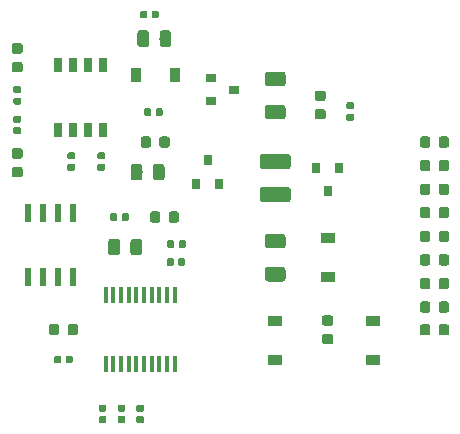
<source format=gbr>
G04 #@! TF.GenerationSoftware,KiCad,Pcbnew,(5.1.4)*
G04 #@! TF.CreationDate,2019-12-13T22:41:35+01:00*
G04 #@! TF.ProjectId,hardware,68617264-7761-4726-952e-6b696361645f,rev?*
G04 #@! TF.SameCoordinates,Original*
G04 #@! TF.FileFunction,Paste,Top*
G04 #@! TF.FilePolarity,Positive*
%FSLAX46Y46*%
G04 Gerber Fmt 4.6, Leading zero omitted, Abs format (unit mm)*
G04 Created by KiCad (PCBNEW (5.1.4)) date 2019-12-13 22:41:35*
%MOMM*%
%LPD*%
G04 APERTURE LIST*
%ADD10C,0.100000*%
%ADD11C,1.250000*%
%ADD12C,0.975000*%
%ADD13C,0.875000*%
%ADD14C,0.590000*%
%ADD15R,0.900000X1.200000*%
%ADD16R,1.200000X0.900000*%
%ADD17R,0.700000X1.300000*%
%ADD18R,0.900000X0.800000*%
%ADD19R,0.800000X0.900000*%
%ADD20R,0.450000X1.450000*%
%ADD21R,0.600000X1.550000*%
G04 APERTURE END LIST*
D10*
G36*
X48909504Y-122941204D02*
G01*
X48933773Y-122944804D01*
X48957571Y-122950765D01*
X48980671Y-122959030D01*
X49002849Y-122969520D01*
X49023893Y-122982133D01*
X49043598Y-122996747D01*
X49061777Y-123013223D01*
X49078253Y-123031402D01*
X49092867Y-123051107D01*
X49105480Y-123072151D01*
X49115970Y-123094329D01*
X49124235Y-123117429D01*
X49130196Y-123141227D01*
X49133796Y-123165496D01*
X49135000Y-123190000D01*
X49135000Y-123940000D01*
X49133796Y-123964504D01*
X49130196Y-123988773D01*
X49124235Y-124012571D01*
X49115970Y-124035671D01*
X49105480Y-124057849D01*
X49092867Y-124078893D01*
X49078253Y-124098598D01*
X49061777Y-124116777D01*
X49043598Y-124133253D01*
X49023893Y-124147867D01*
X49002849Y-124160480D01*
X48980671Y-124170970D01*
X48957571Y-124179235D01*
X48933773Y-124185196D01*
X48909504Y-124188796D01*
X48885000Y-124190000D01*
X47635000Y-124190000D01*
X47610496Y-124188796D01*
X47586227Y-124185196D01*
X47562429Y-124179235D01*
X47539329Y-124170970D01*
X47517151Y-124160480D01*
X47496107Y-124147867D01*
X47476402Y-124133253D01*
X47458223Y-124116777D01*
X47441747Y-124098598D01*
X47427133Y-124078893D01*
X47414520Y-124057849D01*
X47404030Y-124035671D01*
X47395765Y-124012571D01*
X47389804Y-123988773D01*
X47386204Y-123964504D01*
X47385000Y-123940000D01*
X47385000Y-123190000D01*
X47386204Y-123165496D01*
X47389804Y-123141227D01*
X47395765Y-123117429D01*
X47404030Y-123094329D01*
X47414520Y-123072151D01*
X47427133Y-123051107D01*
X47441747Y-123031402D01*
X47458223Y-123013223D01*
X47476402Y-122996747D01*
X47496107Y-122982133D01*
X47517151Y-122969520D01*
X47539329Y-122959030D01*
X47562429Y-122950765D01*
X47586227Y-122944804D01*
X47610496Y-122941204D01*
X47635000Y-122940000D01*
X48885000Y-122940000D01*
X48909504Y-122941204D01*
X48909504Y-122941204D01*
G37*
D11*
X48260000Y-123565000D03*
D10*
G36*
X48909504Y-125741204D02*
G01*
X48933773Y-125744804D01*
X48957571Y-125750765D01*
X48980671Y-125759030D01*
X49002849Y-125769520D01*
X49023893Y-125782133D01*
X49043598Y-125796747D01*
X49061777Y-125813223D01*
X49078253Y-125831402D01*
X49092867Y-125851107D01*
X49105480Y-125872151D01*
X49115970Y-125894329D01*
X49124235Y-125917429D01*
X49130196Y-125941227D01*
X49133796Y-125965496D01*
X49135000Y-125990000D01*
X49135000Y-126740000D01*
X49133796Y-126764504D01*
X49130196Y-126788773D01*
X49124235Y-126812571D01*
X49115970Y-126835671D01*
X49105480Y-126857849D01*
X49092867Y-126878893D01*
X49078253Y-126898598D01*
X49061777Y-126916777D01*
X49043598Y-126933253D01*
X49023893Y-126947867D01*
X49002849Y-126960480D01*
X48980671Y-126970970D01*
X48957571Y-126979235D01*
X48933773Y-126985196D01*
X48909504Y-126988796D01*
X48885000Y-126990000D01*
X47635000Y-126990000D01*
X47610496Y-126988796D01*
X47586227Y-126985196D01*
X47562429Y-126979235D01*
X47539329Y-126970970D01*
X47517151Y-126960480D01*
X47496107Y-126947867D01*
X47476402Y-126933253D01*
X47458223Y-126916777D01*
X47441747Y-126898598D01*
X47427133Y-126878893D01*
X47414520Y-126857849D01*
X47404030Y-126835671D01*
X47395765Y-126812571D01*
X47389804Y-126788773D01*
X47386204Y-126764504D01*
X47385000Y-126740000D01*
X47385000Y-125990000D01*
X47386204Y-125965496D01*
X47389804Y-125941227D01*
X47395765Y-125917429D01*
X47404030Y-125894329D01*
X47414520Y-125872151D01*
X47427133Y-125851107D01*
X47441747Y-125831402D01*
X47458223Y-125813223D01*
X47476402Y-125796747D01*
X47496107Y-125782133D01*
X47517151Y-125769520D01*
X47539329Y-125759030D01*
X47562429Y-125750765D01*
X47586227Y-125744804D01*
X47610496Y-125741204D01*
X47635000Y-125740000D01*
X48885000Y-125740000D01*
X48909504Y-125741204D01*
X48909504Y-125741204D01*
G37*
D11*
X48260000Y-126365000D03*
D10*
G36*
X37351642Y-119443174D02*
G01*
X37375303Y-119446684D01*
X37398507Y-119452496D01*
X37421029Y-119460554D01*
X37442653Y-119470782D01*
X37463170Y-119483079D01*
X37482383Y-119497329D01*
X37500107Y-119513393D01*
X37516171Y-119531117D01*
X37530421Y-119550330D01*
X37542718Y-119570847D01*
X37552946Y-119592471D01*
X37561004Y-119614993D01*
X37566816Y-119638197D01*
X37570326Y-119661858D01*
X37571500Y-119685750D01*
X37571500Y-120598250D01*
X37570326Y-120622142D01*
X37566816Y-120645803D01*
X37561004Y-120669007D01*
X37552946Y-120691529D01*
X37542718Y-120713153D01*
X37530421Y-120733670D01*
X37516171Y-120752883D01*
X37500107Y-120770607D01*
X37482383Y-120786671D01*
X37463170Y-120800921D01*
X37442653Y-120813218D01*
X37421029Y-120823446D01*
X37398507Y-120831504D01*
X37375303Y-120837316D01*
X37351642Y-120840826D01*
X37327750Y-120842000D01*
X36840250Y-120842000D01*
X36816358Y-120840826D01*
X36792697Y-120837316D01*
X36769493Y-120831504D01*
X36746971Y-120823446D01*
X36725347Y-120813218D01*
X36704830Y-120800921D01*
X36685617Y-120786671D01*
X36667893Y-120770607D01*
X36651829Y-120752883D01*
X36637579Y-120733670D01*
X36625282Y-120713153D01*
X36615054Y-120691529D01*
X36606996Y-120669007D01*
X36601184Y-120645803D01*
X36597674Y-120622142D01*
X36596500Y-120598250D01*
X36596500Y-119685750D01*
X36597674Y-119661858D01*
X36601184Y-119638197D01*
X36606996Y-119614993D01*
X36615054Y-119592471D01*
X36625282Y-119570847D01*
X36637579Y-119550330D01*
X36651829Y-119531117D01*
X36667893Y-119513393D01*
X36685617Y-119497329D01*
X36704830Y-119483079D01*
X36725347Y-119470782D01*
X36746971Y-119460554D01*
X36769493Y-119452496D01*
X36792697Y-119446684D01*
X36816358Y-119443174D01*
X36840250Y-119442000D01*
X37327750Y-119442000D01*
X37351642Y-119443174D01*
X37351642Y-119443174D01*
G37*
D12*
X37084000Y-120142000D03*
D10*
G36*
X39226642Y-119443174D02*
G01*
X39250303Y-119446684D01*
X39273507Y-119452496D01*
X39296029Y-119460554D01*
X39317653Y-119470782D01*
X39338170Y-119483079D01*
X39357383Y-119497329D01*
X39375107Y-119513393D01*
X39391171Y-119531117D01*
X39405421Y-119550330D01*
X39417718Y-119570847D01*
X39427946Y-119592471D01*
X39436004Y-119614993D01*
X39441816Y-119638197D01*
X39445326Y-119661858D01*
X39446500Y-119685750D01*
X39446500Y-120598250D01*
X39445326Y-120622142D01*
X39441816Y-120645803D01*
X39436004Y-120669007D01*
X39427946Y-120691529D01*
X39417718Y-120713153D01*
X39405421Y-120733670D01*
X39391171Y-120752883D01*
X39375107Y-120770607D01*
X39357383Y-120786671D01*
X39338170Y-120800921D01*
X39317653Y-120813218D01*
X39296029Y-120823446D01*
X39273507Y-120831504D01*
X39250303Y-120837316D01*
X39226642Y-120840826D01*
X39202750Y-120842000D01*
X38715250Y-120842000D01*
X38691358Y-120840826D01*
X38667697Y-120837316D01*
X38644493Y-120831504D01*
X38621971Y-120823446D01*
X38600347Y-120813218D01*
X38579830Y-120800921D01*
X38560617Y-120786671D01*
X38542893Y-120770607D01*
X38526829Y-120752883D01*
X38512579Y-120733670D01*
X38500282Y-120713153D01*
X38490054Y-120691529D01*
X38481996Y-120669007D01*
X38476184Y-120645803D01*
X38472674Y-120622142D01*
X38471500Y-120598250D01*
X38471500Y-119685750D01*
X38472674Y-119661858D01*
X38476184Y-119638197D01*
X38481996Y-119614993D01*
X38490054Y-119592471D01*
X38500282Y-119570847D01*
X38512579Y-119550330D01*
X38526829Y-119531117D01*
X38542893Y-119513393D01*
X38560617Y-119497329D01*
X38579830Y-119483079D01*
X38600347Y-119470782D01*
X38621971Y-119460554D01*
X38644493Y-119452496D01*
X38667697Y-119446684D01*
X38691358Y-119443174D01*
X38715250Y-119442000D01*
X39202750Y-119442000D01*
X39226642Y-119443174D01*
X39226642Y-119443174D01*
G37*
D12*
X38959000Y-120142000D03*
D10*
G36*
X38670142Y-130746174D02*
G01*
X38693803Y-130749684D01*
X38717007Y-130755496D01*
X38739529Y-130763554D01*
X38761153Y-130773782D01*
X38781670Y-130786079D01*
X38800883Y-130800329D01*
X38818607Y-130816393D01*
X38834671Y-130834117D01*
X38848921Y-130853330D01*
X38861218Y-130873847D01*
X38871446Y-130895471D01*
X38879504Y-130917993D01*
X38885316Y-130941197D01*
X38888826Y-130964858D01*
X38890000Y-130988750D01*
X38890000Y-131901250D01*
X38888826Y-131925142D01*
X38885316Y-131948803D01*
X38879504Y-131972007D01*
X38871446Y-131994529D01*
X38861218Y-132016153D01*
X38848921Y-132036670D01*
X38834671Y-132055883D01*
X38818607Y-132073607D01*
X38800883Y-132089671D01*
X38781670Y-132103921D01*
X38761153Y-132116218D01*
X38739529Y-132126446D01*
X38717007Y-132134504D01*
X38693803Y-132140316D01*
X38670142Y-132143826D01*
X38646250Y-132145000D01*
X38158750Y-132145000D01*
X38134858Y-132143826D01*
X38111197Y-132140316D01*
X38087993Y-132134504D01*
X38065471Y-132126446D01*
X38043847Y-132116218D01*
X38023330Y-132103921D01*
X38004117Y-132089671D01*
X37986393Y-132073607D01*
X37970329Y-132055883D01*
X37956079Y-132036670D01*
X37943782Y-132016153D01*
X37933554Y-131994529D01*
X37925496Y-131972007D01*
X37919684Y-131948803D01*
X37916174Y-131925142D01*
X37915000Y-131901250D01*
X37915000Y-130988750D01*
X37916174Y-130964858D01*
X37919684Y-130941197D01*
X37925496Y-130917993D01*
X37933554Y-130895471D01*
X37943782Y-130873847D01*
X37956079Y-130853330D01*
X37970329Y-130834117D01*
X37986393Y-130816393D01*
X38004117Y-130800329D01*
X38023330Y-130786079D01*
X38043847Y-130773782D01*
X38065471Y-130763554D01*
X38087993Y-130755496D01*
X38111197Y-130749684D01*
X38134858Y-130746174D01*
X38158750Y-130745000D01*
X38646250Y-130745000D01*
X38670142Y-130746174D01*
X38670142Y-130746174D01*
G37*
D12*
X38402500Y-131445000D03*
D10*
G36*
X36795142Y-130746174D02*
G01*
X36818803Y-130749684D01*
X36842007Y-130755496D01*
X36864529Y-130763554D01*
X36886153Y-130773782D01*
X36906670Y-130786079D01*
X36925883Y-130800329D01*
X36943607Y-130816393D01*
X36959671Y-130834117D01*
X36973921Y-130853330D01*
X36986218Y-130873847D01*
X36996446Y-130895471D01*
X37004504Y-130917993D01*
X37010316Y-130941197D01*
X37013826Y-130964858D01*
X37015000Y-130988750D01*
X37015000Y-131901250D01*
X37013826Y-131925142D01*
X37010316Y-131948803D01*
X37004504Y-131972007D01*
X36996446Y-131994529D01*
X36986218Y-132016153D01*
X36973921Y-132036670D01*
X36959671Y-132055883D01*
X36943607Y-132073607D01*
X36925883Y-132089671D01*
X36906670Y-132103921D01*
X36886153Y-132116218D01*
X36864529Y-132126446D01*
X36842007Y-132134504D01*
X36818803Y-132140316D01*
X36795142Y-132143826D01*
X36771250Y-132145000D01*
X36283750Y-132145000D01*
X36259858Y-132143826D01*
X36236197Y-132140316D01*
X36212993Y-132134504D01*
X36190471Y-132126446D01*
X36168847Y-132116218D01*
X36148330Y-132103921D01*
X36129117Y-132089671D01*
X36111393Y-132073607D01*
X36095329Y-132055883D01*
X36081079Y-132036670D01*
X36068782Y-132016153D01*
X36058554Y-131994529D01*
X36050496Y-131972007D01*
X36044684Y-131948803D01*
X36041174Y-131925142D01*
X36040000Y-131901250D01*
X36040000Y-130988750D01*
X36041174Y-130964858D01*
X36044684Y-130941197D01*
X36050496Y-130917993D01*
X36058554Y-130895471D01*
X36068782Y-130873847D01*
X36081079Y-130853330D01*
X36095329Y-130834117D01*
X36111393Y-130816393D01*
X36129117Y-130800329D01*
X36148330Y-130786079D01*
X36168847Y-130773782D01*
X36190471Y-130763554D01*
X36212993Y-130755496D01*
X36236197Y-130749684D01*
X36259858Y-130746174D01*
X36283750Y-130745000D01*
X36771250Y-130745000D01*
X36795142Y-130746174D01*
X36795142Y-130746174D01*
G37*
D12*
X36527500Y-131445000D03*
D10*
G36*
X48909504Y-139461204D02*
G01*
X48933773Y-139464804D01*
X48957571Y-139470765D01*
X48980671Y-139479030D01*
X49002849Y-139489520D01*
X49023893Y-139502133D01*
X49043598Y-139516747D01*
X49061777Y-139533223D01*
X49078253Y-139551402D01*
X49092867Y-139571107D01*
X49105480Y-139592151D01*
X49115970Y-139614329D01*
X49124235Y-139637429D01*
X49130196Y-139661227D01*
X49133796Y-139685496D01*
X49135000Y-139710000D01*
X49135000Y-140460000D01*
X49133796Y-140484504D01*
X49130196Y-140508773D01*
X49124235Y-140532571D01*
X49115970Y-140555671D01*
X49105480Y-140577849D01*
X49092867Y-140598893D01*
X49078253Y-140618598D01*
X49061777Y-140636777D01*
X49043598Y-140653253D01*
X49023893Y-140667867D01*
X49002849Y-140680480D01*
X48980671Y-140690970D01*
X48957571Y-140699235D01*
X48933773Y-140705196D01*
X48909504Y-140708796D01*
X48885000Y-140710000D01*
X47635000Y-140710000D01*
X47610496Y-140708796D01*
X47586227Y-140705196D01*
X47562429Y-140699235D01*
X47539329Y-140690970D01*
X47517151Y-140680480D01*
X47496107Y-140667867D01*
X47476402Y-140653253D01*
X47458223Y-140636777D01*
X47441747Y-140618598D01*
X47427133Y-140598893D01*
X47414520Y-140577849D01*
X47404030Y-140555671D01*
X47395765Y-140532571D01*
X47389804Y-140508773D01*
X47386204Y-140484504D01*
X47385000Y-140460000D01*
X47385000Y-139710000D01*
X47386204Y-139685496D01*
X47389804Y-139661227D01*
X47395765Y-139637429D01*
X47404030Y-139614329D01*
X47414520Y-139592151D01*
X47427133Y-139571107D01*
X47441747Y-139551402D01*
X47458223Y-139533223D01*
X47476402Y-139516747D01*
X47496107Y-139502133D01*
X47517151Y-139489520D01*
X47539329Y-139479030D01*
X47562429Y-139470765D01*
X47586227Y-139464804D01*
X47610496Y-139461204D01*
X47635000Y-139460000D01*
X48885000Y-139460000D01*
X48909504Y-139461204D01*
X48909504Y-139461204D01*
G37*
D11*
X48260000Y-140085000D03*
D10*
G36*
X48909504Y-136661204D02*
G01*
X48933773Y-136664804D01*
X48957571Y-136670765D01*
X48980671Y-136679030D01*
X49002849Y-136689520D01*
X49023893Y-136702133D01*
X49043598Y-136716747D01*
X49061777Y-136733223D01*
X49078253Y-136751402D01*
X49092867Y-136771107D01*
X49105480Y-136792151D01*
X49115970Y-136814329D01*
X49124235Y-136837429D01*
X49130196Y-136861227D01*
X49133796Y-136885496D01*
X49135000Y-136910000D01*
X49135000Y-137660000D01*
X49133796Y-137684504D01*
X49130196Y-137708773D01*
X49124235Y-137732571D01*
X49115970Y-137755671D01*
X49105480Y-137777849D01*
X49092867Y-137798893D01*
X49078253Y-137818598D01*
X49061777Y-137836777D01*
X49043598Y-137853253D01*
X49023893Y-137867867D01*
X49002849Y-137880480D01*
X48980671Y-137890970D01*
X48957571Y-137899235D01*
X48933773Y-137905196D01*
X48909504Y-137908796D01*
X48885000Y-137910000D01*
X47635000Y-137910000D01*
X47610496Y-137908796D01*
X47586227Y-137905196D01*
X47562429Y-137899235D01*
X47539329Y-137890970D01*
X47517151Y-137880480D01*
X47496107Y-137867867D01*
X47476402Y-137853253D01*
X47458223Y-137836777D01*
X47441747Y-137818598D01*
X47427133Y-137798893D01*
X47414520Y-137777849D01*
X47404030Y-137755671D01*
X47395765Y-137732571D01*
X47389804Y-137708773D01*
X47386204Y-137684504D01*
X47385000Y-137660000D01*
X47385000Y-136910000D01*
X47386204Y-136885496D01*
X47389804Y-136861227D01*
X47395765Y-136837429D01*
X47404030Y-136814329D01*
X47414520Y-136792151D01*
X47427133Y-136771107D01*
X47441747Y-136751402D01*
X47458223Y-136733223D01*
X47476402Y-136716747D01*
X47496107Y-136702133D01*
X47517151Y-136689520D01*
X47539329Y-136679030D01*
X47562429Y-136670765D01*
X47586227Y-136664804D01*
X47610496Y-136661204D01*
X47635000Y-136660000D01*
X48885000Y-136660000D01*
X48909504Y-136661204D01*
X48909504Y-136661204D01*
G37*
D11*
X48260000Y-137285000D03*
D10*
G36*
X37552691Y-128431053D02*
G01*
X37573926Y-128434203D01*
X37594750Y-128439419D01*
X37614962Y-128446651D01*
X37634368Y-128455830D01*
X37652781Y-128466866D01*
X37670024Y-128479654D01*
X37685930Y-128494070D01*
X37700346Y-128509976D01*
X37713134Y-128527219D01*
X37724170Y-128545632D01*
X37733349Y-128565038D01*
X37740581Y-128585250D01*
X37745797Y-128606074D01*
X37748947Y-128627309D01*
X37750000Y-128648750D01*
X37750000Y-129161250D01*
X37748947Y-129182691D01*
X37745797Y-129203926D01*
X37740581Y-129224750D01*
X37733349Y-129244962D01*
X37724170Y-129264368D01*
X37713134Y-129282781D01*
X37700346Y-129300024D01*
X37685930Y-129315930D01*
X37670024Y-129330346D01*
X37652781Y-129343134D01*
X37634368Y-129354170D01*
X37614962Y-129363349D01*
X37594750Y-129370581D01*
X37573926Y-129375797D01*
X37552691Y-129378947D01*
X37531250Y-129380000D01*
X37093750Y-129380000D01*
X37072309Y-129378947D01*
X37051074Y-129375797D01*
X37030250Y-129370581D01*
X37010038Y-129363349D01*
X36990632Y-129354170D01*
X36972219Y-129343134D01*
X36954976Y-129330346D01*
X36939070Y-129315930D01*
X36924654Y-129300024D01*
X36911866Y-129282781D01*
X36900830Y-129264368D01*
X36891651Y-129244962D01*
X36884419Y-129224750D01*
X36879203Y-129203926D01*
X36876053Y-129182691D01*
X36875000Y-129161250D01*
X36875000Y-128648750D01*
X36876053Y-128627309D01*
X36879203Y-128606074D01*
X36884419Y-128585250D01*
X36891651Y-128565038D01*
X36900830Y-128545632D01*
X36911866Y-128527219D01*
X36924654Y-128509976D01*
X36939070Y-128494070D01*
X36954976Y-128479654D01*
X36972219Y-128466866D01*
X36990632Y-128455830D01*
X37010038Y-128446651D01*
X37030250Y-128439419D01*
X37051074Y-128434203D01*
X37072309Y-128431053D01*
X37093750Y-128430000D01*
X37531250Y-128430000D01*
X37552691Y-128431053D01*
X37552691Y-128431053D01*
G37*
D13*
X37312500Y-128905000D03*
D10*
G36*
X39127691Y-128431053D02*
G01*
X39148926Y-128434203D01*
X39169750Y-128439419D01*
X39189962Y-128446651D01*
X39209368Y-128455830D01*
X39227781Y-128466866D01*
X39245024Y-128479654D01*
X39260930Y-128494070D01*
X39275346Y-128509976D01*
X39288134Y-128527219D01*
X39299170Y-128545632D01*
X39308349Y-128565038D01*
X39315581Y-128585250D01*
X39320797Y-128606074D01*
X39323947Y-128627309D01*
X39325000Y-128648750D01*
X39325000Y-129161250D01*
X39323947Y-129182691D01*
X39320797Y-129203926D01*
X39315581Y-129224750D01*
X39308349Y-129244962D01*
X39299170Y-129264368D01*
X39288134Y-129282781D01*
X39275346Y-129300024D01*
X39260930Y-129315930D01*
X39245024Y-129330346D01*
X39227781Y-129343134D01*
X39209368Y-129354170D01*
X39189962Y-129363349D01*
X39169750Y-129370581D01*
X39148926Y-129375797D01*
X39127691Y-129378947D01*
X39106250Y-129380000D01*
X38668750Y-129380000D01*
X38647309Y-129378947D01*
X38626074Y-129375797D01*
X38605250Y-129370581D01*
X38585038Y-129363349D01*
X38565632Y-129354170D01*
X38547219Y-129343134D01*
X38529976Y-129330346D01*
X38514070Y-129315930D01*
X38499654Y-129300024D01*
X38486866Y-129282781D01*
X38475830Y-129264368D01*
X38466651Y-129244962D01*
X38459419Y-129224750D01*
X38454203Y-129203926D01*
X38451053Y-129182691D01*
X38450000Y-129161250D01*
X38450000Y-128648750D01*
X38451053Y-128627309D01*
X38454203Y-128606074D01*
X38459419Y-128585250D01*
X38466651Y-128565038D01*
X38475830Y-128545632D01*
X38486866Y-128527219D01*
X38499654Y-128509976D01*
X38514070Y-128494070D01*
X38529976Y-128479654D01*
X38547219Y-128466866D01*
X38565632Y-128455830D01*
X38585038Y-128446651D01*
X38605250Y-128439419D01*
X38626074Y-128434203D01*
X38647309Y-128431053D01*
X38668750Y-128430000D01*
X39106250Y-128430000D01*
X39127691Y-128431053D01*
X39127691Y-128431053D01*
G37*
D13*
X38887500Y-128905000D03*
D10*
G36*
X52982691Y-145151053D02*
G01*
X53003926Y-145154203D01*
X53024750Y-145159419D01*
X53044962Y-145166651D01*
X53064368Y-145175830D01*
X53082781Y-145186866D01*
X53100024Y-145199654D01*
X53115930Y-145214070D01*
X53130346Y-145229976D01*
X53143134Y-145247219D01*
X53154170Y-145265632D01*
X53163349Y-145285038D01*
X53170581Y-145305250D01*
X53175797Y-145326074D01*
X53178947Y-145347309D01*
X53180000Y-145368750D01*
X53180000Y-145806250D01*
X53178947Y-145827691D01*
X53175797Y-145848926D01*
X53170581Y-145869750D01*
X53163349Y-145889962D01*
X53154170Y-145909368D01*
X53143134Y-145927781D01*
X53130346Y-145945024D01*
X53115930Y-145960930D01*
X53100024Y-145975346D01*
X53082781Y-145988134D01*
X53064368Y-145999170D01*
X53044962Y-146008349D01*
X53024750Y-146015581D01*
X53003926Y-146020797D01*
X52982691Y-146023947D01*
X52961250Y-146025000D01*
X52448750Y-146025000D01*
X52427309Y-146023947D01*
X52406074Y-146020797D01*
X52385250Y-146015581D01*
X52365038Y-146008349D01*
X52345632Y-145999170D01*
X52327219Y-145988134D01*
X52309976Y-145975346D01*
X52294070Y-145960930D01*
X52279654Y-145945024D01*
X52266866Y-145927781D01*
X52255830Y-145909368D01*
X52246651Y-145889962D01*
X52239419Y-145869750D01*
X52234203Y-145848926D01*
X52231053Y-145827691D01*
X52230000Y-145806250D01*
X52230000Y-145368750D01*
X52231053Y-145347309D01*
X52234203Y-145326074D01*
X52239419Y-145305250D01*
X52246651Y-145285038D01*
X52255830Y-145265632D01*
X52266866Y-145247219D01*
X52279654Y-145229976D01*
X52294070Y-145214070D01*
X52309976Y-145199654D01*
X52327219Y-145186866D01*
X52345632Y-145175830D01*
X52365038Y-145166651D01*
X52385250Y-145159419D01*
X52406074Y-145154203D01*
X52427309Y-145151053D01*
X52448750Y-145150000D01*
X52961250Y-145150000D01*
X52982691Y-145151053D01*
X52982691Y-145151053D01*
G37*
D13*
X52705000Y-145587500D03*
D10*
G36*
X52982691Y-143576053D02*
G01*
X53003926Y-143579203D01*
X53024750Y-143584419D01*
X53044962Y-143591651D01*
X53064368Y-143600830D01*
X53082781Y-143611866D01*
X53100024Y-143624654D01*
X53115930Y-143639070D01*
X53130346Y-143654976D01*
X53143134Y-143672219D01*
X53154170Y-143690632D01*
X53163349Y-143710038D01*
X53170581Y-143730250D01*
X53175797Y-143751074D01*
X53178947Y-143772309D01*
X53180000Y-143793750D01*
X53180000Y-144231250D01*
X53178947Y-144252691D01*
X53175797Y-144273926D01*
X53170581Y-144294750D01*
X53163349Y-144314962D01*
X53154170Y-144334368D01*
X53143134Y-144352781D01*
X53130346Y-144370024D01*
X53115930Y-144385930D01*
X53100024Y-144400346D01*
X53082781Y-144413134D01*
X53064368Y-144424170D01*
X53044962Y-144433349D01*
X53024750Y-144440581D01*
X53003926Y-144445797D01*
X52982691Y-144448947D01*
X52961250Y-144450000D01*
X52448750Y-144450000D01*
X52427309Y-144448947D01*
X52406074Y-144445797D01*
X52385250Y-144440581D01*
X52365038Y-144433349D01*
X52345632Y-144424170D01*
X52327219Y-144413134D01*
X52309976Y-144400346D01*
X52294070Y-144385930D01*
X52279654Y-144370024D01*
X52266866Y-144352781D01*
X52255830Y-144334368D01*
X52246651Y-144314962D01*
X52239419Y-144294750D01*
X52234203Y-144273926D01*
X52231053Y-144252691D01*
X52230000Y-144231250D01*
X52230000Y-143793750D01*
X52231053Y-143772309D01*
X52234203Y-143751074D01*
X52239419Y-143730250D01*
X52246651Y-143710038D01*
X52255830Y-143690632D01*
X52266866Y-143672219D01*
X52279654Y-143654976D01*
X52294070Y-143639070D01*
X52309976Y-143624654D01*
X52327219Y-143611866D01*
X52345632Y-143600830D01*
X52365038Y-143591651D01*
X52385250Y-143584419D01*
X52406074Y-143579203D01*
X52427309Y-143576053D01*
X52448750Y-143575000D01*
X52961250Y-143575000D01*
X52982691Y-143576053D01*
X52982691Y-143576053D01*
G37*
D13*
X52705000Y-144012500D03*
D10*
G36*
X38340191Y-134781053D02*
G01*
X38361426Y-134784203D01*
X38382250Y-134789419D01*
X38402462Y-134796651D01*
X38421868Y-134805830D01*
X38440281Y-134816866D01*
X38457524Y-134829654D01*
X38473430Y-134844070D01*
X38487846Y-134859976D01*
X38500634Y-134877219D01*
X38511670Y-134895632D01*
X38520849Y-134915038D01*
X38528081Y-134935250D01*
X38533297Y-134956074D01*
X38536447Y-134977309D01*
X38537500Y-134998750D01*
X38537500Y-135511250D01*
X38536447Y-135532691D01*
X38533297Y-135553926D01*
X38528081Y-135574750D01*
X38520849Y-135594962D01*
X38511670Y-135614368D01*
X38500634Y-135632781D01*
X38487846Y-135650024D01*
X38473430Y-135665930D01*
X38457524Y-135680346D01*
X38440281Y-135693134D01*
X38421868Y-135704170D01*
X38402462Y-135713349D01*
X38382250Y-135720581D01*
X38361426Y-135725797D01*
X38340191Y-135728947D01*
X38318750Y-135730000D01*
X37881250Y-135730000D01*
X37859809Y-135728947D01*
X37838574Y-135725797D01*
X37817750Y-135720581D01*
X37797538Y-135713349D01*
X37778132Y-135704170D01*
X37759719Y-135693134D01*
X37742476Y-135680346D01*
X37726570Y-135665930D01*
X37712154Y-135650024D01*
X37699366Y-135632781D01*
X37688330Y-135614368D01*
X37679151Y-135594962D01*
X37671919Y-135574750D01*
X37666703Y-135553926D01*
X37663553Y-135532691D01*
X37662500Y-135511250D01*
X37662500Y-134998750D01*
X37663553Y-134977309D01*
X37666703Y-134956074D01*
X37671919Y-134935250D01*
X37679151Y-134915038D01*
X37688330Y-134895632D01*
X37699366Y-134877219D01*
X37712154Y-134859976D01*
X37726570Y-134844070D01*
X37742476Y-134829654D01*
X37759719Y-134816866D01*
X37778132Y-134805830D01*
X37797538Y-134796651D01*
X37817750Y-134789419D01*
X37838574Y-134784203D01*
X37859809Y-134781053D01*
X37881250Y-134780000D01*
X38318750Y-134780000D01*
X38340191Y-134781053D01*
X38340191Y-134781053D01*
G37*
D13*
X38100000Y-135255000D03*
D10*
G36*
X39915191Y-134781053D02*
G01*
X39936426Y-134784203D01*
X39957250Y-134789419D01*
X39977462Y-134796651D01*
X39996868Y-134805830D01*
X40015281Y-134816866D01*
X40032524Y-134829654D01*
X40048430Y-134844070D01*
X40062846Y-134859976D01*
X40075634Y-134877219D01*
X40086670Y-134895632D01*
X40095849Y-134915038D01*
X40103081Y-134935250D01*
X40108297Y-134956074D01*
X40111447Y-134977309D01*
X40112500Y-134998750D01*
X40112500Y-135511250D01*
X40111447Y-135532691D01*
X40108297Y-135553926D01*
X40103081Y-135574750D01*
X40095849Y-135594962D01*
X40086670Y-135614368D01*
X40075634Y-135632781D01*
X40062846Y-135650024D01*
X40048430Y-135665930D01*
X40032524Y-135680346D01*
X40015281Y-135693134D01*
X39996868Y-135704170D01*
X39977462Y-135713349D01*
X39957250Y-135720581D01*
X39936426Y-135725797D01*
X39915191Y-135728947D01*
X39893750Y-135730000D01*
X39456250Y-135730000D01*
X39434809Y-135728947D01*
X39413574Y-135725797D01*
X39392750Y-135720581D01*
X39372538Y-135713349D01*
X39353132Y-135704170D01*
X39334719Y-135693134D01*
X39317476Y-135680346D01*
X39301570Y-135665930D01*
X39287154Y-135650024D01*
X39274366Y-135632781D01*
X39263330Y-135614368D01*
X39254151Y-135594962D01*
X39246919Y-135574750D01*
X39241703Y-135553926D01*
X39238553Y-135532691D01*
X39237500Y-135511250D01*
X39237500Y-134998750D01*
X39238553Y-134977309D01*
X39241703Y-134956074D01*
X39246919Y-134935250D01*
X39254151Y-134915038D01*
X39263330Y-134895632D01*
X39274366Y-134877219D01*
X39287154Y-134859976D01*
X39301570Y-134844070D01*
X39317476Y-134829654D01*
X39334719Y-134816866D01*
X39353132Y-134805830D01*
X39372538Y-134796651D01*
X39392750Y-134789419D01*
X39413574Y-134784203D01*
X39434809Y-134781053D01*
X39456250Y-134780000D01*
X39893750Y-134780000D01*
X39915191Y-134781053D01*
X39915191Y-134781053D01*
G37*
D13*
X39675000Y-135255000D03*
D10*
G36*
X61200191Y-134418195D02*
G01*
X61221426Y-134421345D01*
X61242250Y-134426561D01*
X61262462Y-134433793D01*
X61281868Y-134442972D01*
X61300281Y-134454008D01*
X61317524Y-134466796D01*
X61333430Y-134481212D01*
X61347846Y-134497118D01*
X61360634Y-134514361D01*
X61371670Y-134532774D01*
X61380849Y-134552180D01*
X61388081Y-134572392D01*
X61393297Y-134593216D01*
X61396447Y-134614451D01*
X61397500Y-134635892D01*
X61397500Y-135148392D01*
X61396447Y-135169833D01*
X61393297Y-135191068D01*
X61388081Y-135211892D01*
X61380849Y-135232104D01*
X61371670Y-135251510D01*
X61360634Y-135269923D01*
X61347846Y-135287166D01*
X61333430Y-135303072D01*
X61317524Y-135317488D01*
X61300281Y-135330276D01*
X61281868Y-135341312D01*
X61262462Y-135350491D01*
X61242250Y-135357723D01*
X61221426Y-135362939D01*
X61200191Y-135366089D01*
X61178750Y-135367142D01*
X60741250Y-135367142D01*
X60719809Y-135366089D01*
X60698574Y-135362939D01*
X60677750Y-135357723D01*
X60657538Y-135350491D01*
X60638132Y-135341312D01*
X60619719Y-135330276D01*
X60602476Y-135317488D01*
X60586570Y-135303072D01*
X60572154Y-135287166D01*
X60559366Y-135269923D01*
X60548330Y-135251510D01*
X60539151Y-135232104D01*
X60531919Y-135211892D01*
X60526703Y-135191068D01*
X60523553Y-135169833D01*
X60522500Y-135148392D01*
X60522500Y-134635892D01*
X60523553Y-134614451D01*
X60526703Y-134593216D01*
X60531919Y-134572392D01*
X60539151Y-134552180D01*
X60548330Y-134532774D01*
X60559366Y-134514361D01*
X60572154Y-134497118D01*
X60586570Y-134481212D01*
X60602476Y-134466796D01*
X60619719Y-134454008D01*
X60638132Y-134442972D01*
X60657538Y-134433793D01*
X60677750Y-134426561D01*
X60698574Y-134421345D01*
X60719809Y-134418195D01*
X60741250Y-134417142D01*
X61178750Y-134417142D01*
X61200191Y-134418195D01*
X61200191Y-134418195D01*
G37*
D13*
X60960000Y-134892142D03*
D10*
G36*
X62775191Y-134418195D02*
G01*
X62796426Y-134421345D01*
X62817250Y-134426561D01*
X62837462Y-134433793D01*
X62856868Y-134442972D01*
X62875281Y-134454008D01*
X62892524Y-134466796D01*
X62908430Y-134481212D01*
X62922846Y-134497118D01*
X62935634Y-134514361D01*
X62946670Y-134532774D01*
X62955849Y-134552180D01*
X62963081Y-134572392D01*
X62968297Y-134593216D01*
X62971447Y-134614451D01*
X62972500Y-134635892D01*
X62972500Y-135148392D01*
X62971447Y-135169833D01*
X62968297Y-135191068D01*
X62963081Y-135211892D01*
X62955849Y-135232104D01*
X62946670Y-135251510D01*
X62935634Y-135269923D01*
X62922846Y-135287166D01*
X62908430Y-135303072D01*
X62892524Y-135317488D01*
X62875281Y-135330276D01*
X62856868Y-135341312D01*
X62837462Y-135350491D01*
X62817250Y-135357723D01*
X62796426Y-135362939D01*
X62775191Y-135366089D01*
X62753750Y-135367142D01*
X62316250Y-135367142D01*
X62294809Y-135366089D01*
X62273574Y-135362939D01*
X62252750Y-135357723D01*
X62232538Y-135350491D01*
X62213132Y-135341312D01*
X62194719Y-135330276D01*
X62177476Y-135317488D01*
X62161570Y-135303072D01*
X62147154Y-135287166D01*
X62134366Y-135269923D01*
X62123330Y-135251510D01*
X62114151Y-135232104D01*
X62106919Y-135211892D01*
X62101703Y-135191068D01*
X62098553Y-135169833D01*
X62097500Y-135148392D01*
X62097500Y-134635892D01*
X62098553Y-134614451D01*
X62101703Y-134593216D01*
X62106919Y-134572392D01*
X62114151Y-134552180D01*
X62123330Y-134532774D01*
X62134366Y-134514361D01*
X62147154Y-134497118D01*
X62161570Y-134481212D01*
X62177476Y-134466796D01*
X62194719Y-134454008D01*
X62213132Y-134442972D01*
X62232538Y-134433793D01*
X62252750Y-134426561D01*
X62273574Y-134421345D01*
X62294809Y-134418195D01*
X62316250Y-134417142D01*
X62753750Y-134417142D01*
X62775191Y-134418195D01*
X62775191Y-134418195D01*
G37*
D13*
X62535000Y-134892142D03*
D10*
G36*
X62775191Y-132422481D02*
G01*
X62796426Y-132425631D01*
X62817250Y-132430847D01*
X62837462Y-132438079D01*
X62856868Y-132447258D01*
X62875281Y-132458294D01*
X62892524Y-132471082D01*
X62908430Y-132485498D01*
X62922846Y-132501404D01*
X62935634Y-132518647D01*
X62946670Y-132537060D01*
X62955849Y-132556466D01*
X62963081Y-132576678D01*
X62968297Y-132597502D01*
X62971447Y-132618737D01*
X62972500Y-132640178D01*
X62972500Y-133152678D01*
X62971447Y-133174119D01*
X62968297Y-133195354D01*
X62963081Y-133216178D01*
X62955849Y-133236390D01*
X62946670Y-133255796D01*
X62935634Y-133274209D01*
X62922846Y-133291452D01*
X62908430Y-133307358D01*
X62892524Y-133321774D01*
X62875281Y-133334562D01*
X62856868Y-133345598D01*
X62837462Y-133354777D01*
X62817250Y-133362009D01*
X62796426Y-133367225D01*
X62775191Y-133370375D01*
X62753750Y-133371428D01*
X62316250Y-133371428D01*
X62294809Y-133370375D01*
X62273574Y-133367225D01*
X62252750Y-133362009D01*
X62232538Y-133354777D01*
X62213132Y-133345598D01*
X62194719Y-133334562D01*
X62177476Y-133321774D01*
X62161570Y-133307358D01*
X62147154Y-133291452D01*
X62134366Y-133274209D01*
X62123330Y-133255796D01*
X62114151Y-133236390D01*
X62106919Y-133216178D01*
X62101703Y-133195354D01*
X62098553Y-133174119D01*
X62097500Y-133152678D01*
X62097500Y-132640178D01*
X62098553Y-132618737D01*
X62101703Y-132597502D01*
X62106919Y-132576678D01*
X62114151Y-132556466D01*
X62123330Y-132537060D01*
X62134366Y-132518647D01*
X62147154Y-132501404D01*
X62161570Y-132485498D01*
X62177476Y-132471082D01*
X62194719Y-132458294D01*
X62213132Y-132447258D01*
X62232538Y-132438079D01*
X62252750Y-132430847D01*
X62273574Y-132425631D01*
X62294809Y-132422481D01*
X62316250Y-132421428D01*
X62753750Y-132421428D01*
X62775191Y-132422481D01*
X62775191Y-132422481D01*
G37*
D13*
X62535000Y-132896428D03*
D10*
G36*
X61200191Y-132422481D02*
G01*
X61221426Y-132425631D01*
X61242250Y-132430847D01*
X61262462Y-132438079D01*
X61281868Y-132447258D01*
X61300281Y-132458294D01*
X61317524Y-132471082D01*
X61333430Y-132485498D01*
X61347846Y-132501404D01*
X61360634Y-132518647D01*
X61371670Y-132537060D01*
X61380849Y-132556466D01*
X61388081Y-132576678D01*
X61393297Y-132597502D01*
X61396447Y-132618737D01*
X61397500Y-132640178D01*
X61397500Y-133152678D01*
X61396447Y-133174119D01*
X61393297Y-133195354D01*
X61388081Y-133216178D01*
X61380849Y-133236390D01*
X61371670Y-133255796D01*
X61360634Y-133274209D01*
X61347846Y-133291452D01*
X61333430Y-133307358D01*
X61317524Y-133321774D01*
X61300281Y-133334562D01*
X61281868Y-133345598D01*
X61262462Y-133354777D01*
X61242250Y-133362009D01*
X61221426Y-133367225D01*
X61200191Y-133370375D01*
X61178750Y-133371428D01*
X60741250Y-133371428D01*
X60719809Y-133370375D01*
X60698574Y-133367225D01*
X60677750Y-133362009D01*
X60657538Y-133354777D01*
X60638132Y-133345598D01*
X60619719Y-133334562D01*
X60602476Y-133321774D01*
X60586570Y-133307358D01*
X60572154Y-133291452D01*
X60559366Y-133274209D01*
X60548330Y-133255796D01*
X60539151Y-133236390D01*
X60531919Y-133216178D01*
X60526703Y-133195354D01*
X60523553Y-133174119D01*
X60522500Y-133152678D01*
X60522500Y-132640178D01*
X60523553Y-132618737D01*
X60526703Y-132597502D01*
X60531919Y-132576678D01*
X60539151Y-132556466D01*
X60548330Y-132537060D01*
X60559366Y-132518647D01*
X60572154Y-132501404D01*
X60586570Y-132485498D01*
X60602476Y-132471082D01*
X60619719Y-132458294D01*
X60638132Y-132447258D01*
X60657538Y-132438079D01*
X60677750Y-132430847D01*
X60698574Y-132425631D01*
X60719809Y-132422481D01*
X60741250Y-132421428D01*
X61178750Y-132421428D01*
X61200191Y-132422481D01*
X61200191Y-132422481D01*
G37*
D13*
X60960000Y-132896428D03*
D10*
G36*
X62775191Y-140405337D02*
G01*
X62796426Y-140408487D01*
X62817250Y-140413703D01*
X62837462Y-140420935D01*
X62856868Y-140430114D01*
X62875281Y-140441150D01*
X62892524Y-140453938D01*
X62908430Y-140468354D01*
X62922846Y-140484260D01*
X62935634Y-140501503D01*
X62946670Y-140519916D01*
X62955849Y-140539322D01*
X62963081Y-140559534D01*
X62968297Y-140580358D01*
X62971447Y-140601593D01*
X62972500Y-140623034D01*
X62972500Y-141135534D01*
X62971447Y-141156975D01*
X62968297Y-141178210D01*
X62963081Y-141199034D01*
X62955849Y-141219246D01*
X62946670Y-141238652D01*
X62935634Y-141257065D01*
X62922846Y-141274308D01*
X62908430Y-141290214D01*
X62892524Y-141304630D01*
X62875281Y-141317418D01*
X62856868Y-141328454D01*
X62837462Y-141337633D01*
X62817250Y-141344865D01*
X62796426Y-141350081D01*
X62775191Y-141353231D01*
X62753750Y-141354284D01*
X62316250Y-141354284D01*
X62294809Y-141353231D01*
X62273574Y-141350081D01*
X62252750Y-141344865D01*
X62232538Y-141337633D01*
X62213132Y-141328454D01*
X62194719Y-141317418D01*
X62177476Y-141304630D01*
X62161570Y-141290214D01*
X62147154Y-141274308D01*
X62134366Y-141257065D01*
X62123330Y-141238652D01*
X62114151Y-141219246D01*
X62106919Y-141199034D01*
X62101703Y-141178210D01*
X62098553Y-141156975D01*
X62097500Y-141135534D01*
X62097500Y-140623034D01*
X62098553Y-140601593D01*
X62101703Y-140580358D01*
X62106919Y-140559534D01*
X62114151Y-140539322D01*
X62123330Y-140519916D01*
X62134366Y-140501503D01*
X62147154Y-140484260D01*
X62161570Y-140468354D01*
X62177476Y-140453938D01*
X62194719Y-140441150D01*
X62213132Y-140430114D01*
X62232538Y-140420935D01*
X62252750Y-140413703D01*
X62273574Y-140408487D01*
X62294809Y-140405337D01*
X62316250Y-140404284D01*
X62753750Y-140404284D01*
X62775191Y-140405337D01*
X62775191Y-140405337D01*
G37*
D13*
X62535000Y-140879284D03*
D10*
G36*
X61200191Y-140405337D02*
G01*
X61221426Y-140408487D01*
X61242250Y-140413703D01*
X61262462Y-140420935D01*
X61281868Y-140430114D01*
X61300281Y-140441150D01*
X61317524Y-140453938D01*
X61333430Y-140468354D01*
X61347846Y-140484260D01*
X61360634Y-140501503D01*
X61371670Y-140519916D01*
X61380849Y-140539322D01*
X61388081Y-140559534D01*
X61393297Y-140580358D01*
X61396447Y-140601593D01*
X61397500Y-140623034D01*
X61397500Y-141135534D01*
X61396447Y-141156975D01*
X61393297Y-141178210D01*
X61388081Y-141199034D01*
X61380849Y-141219246D01*
X61371670Y-141238652D01*
X61360634Y-141257065D01*
X61347846Y-141274308D01*
X61333430Y-141290214D01*
X61317524Y-141304630D01*
X61300281Y-141317418D01*
X61281868Y-141328454D01*
X61262462Y-141337633D01*
X61242250Y-141344865D01*
X61221426Y-141350081D01*
X61200191Y-141353231D01*
X61178750Y-141354284D01*
X60741250Y-141354284D01*
X60719809Y-141353231D01*
X60698574Y-141350081D01*
X60677750Y-141344865D01*
X60657538Y-141337633D01*
X60638132Y-141328454D01*
X60619719Y-141317418D01*
X60602476Y-141304630D01*
X60586570Y-141290214D01*
X60572154Y-141274308D01*
X60559366Y-141257065D01*
X60548330Y-141238652D01*
X60539151Y-141219246D01*
X60531919Y-141199034D01*
X60526703Y-141178210D01*
X60523553Y-141156975D01*
X60522500Y-141135534D01*
X60522500Y-140623034D01*
X60523553Y-140601593D01*
X60526703Y-140580358D01*
X60531919Y-140559534D01*
X60539151Y-140539322D01*
X60548330Y-140519916D01*
X60559366Y-140501503D01*
X60572154Y-140484260D01*
X60586570Y-140468354D01*
X60602476Y-140453938D01*
X60619719Y-140441150D01*
X60638132Y-140430114D01*
X60657538Y-140420935D01*
X60677750Y-140413703D01*
X60698574Y-140408487D01*
X60719809Y-140405337D01*
X60741250Y-140404284D01*
X61178750Y-140404284D01*
X61200191Y-140405337D01*
X61200191Y-140405337D01*
G37*
D13*
X60960000Y-140879284D03*
D10*
G36*
X61200191Y-128431053D02*
G01*
X61221426Y-128434203D01*
X61242250Y-128439419D01*
X61262462Y-128446651D01*
X61281868Y-128455830D01*
X61300281Y-128466866D01*
X61317524Y-128479654D01*
X61333430Y-128494070D01*
X61347846Y-128509976D01*
X61360634Y-128527219D01*
X61371670Y-128545632D01*
X61380849Y-128565038D01*
X61388081Y-128585250D01*
X61393297Y-128606074D01*
X61396447Y-128627309D01*
X61397500Y-128648750D01*
X61397500Y-129161250D01*
X61396447Y-129182691D01*
X61393297Y-129203926D01*
X61388081Y-129224750D01*
X61380849Y-129244962D01*
X61371670Y-129264368D01*
X61360634Y-129282781D01*
X61347846Y-129300024D01*
X61333430Y-129315930D01*
X61317524Y-129330346D01*
X61300281Y-129343134D01*
X61281868Y-129354170D01*
X61262462Y-129363349D01*
X61242250Y-129370581D01*
X61221426Y-129375797D01*
X61200191Y-129378947D01*
X61178750Y-129380000D01*
X60741250Y-129380000D01*
X60719809Y-129378947D01*
X60698574Y-129375797D01*
X60677750Y-129370581D01*
X60657538Y-129363349D01*
X60638132Y-129354170D01*
X60619719Y-129343134D01*
X60602476Y-129330346D01*
X60586570Y-129315930D01*
X60572154Y-129300024D01*
X60559366Y-129282781D01*
X60548330Y-129264368D01*
X60539151Y-129244962D01*
X60531919Y-129224750D01*
X60526703Y-129203926D01*
X60523553Y-129182691D01*
X60522500Y-129161250D01*
X60522500Y-128648750D01*
X60523553Y-128627309D01*
X60526703Y-128606074D01*
X60531919Y-128585250D01*
X60539151Y-128565038D01*
X60548330Y-128545632D01*
X60559366Y-128527219D01*
X60572154Y-128509976D01*
X60586570Y-128494070D01*
X60602476Y-128479654D01*
X60619719Y-128466866D01*
X60638132Y-128455830D01*
X60657538Y-128446651D01*
X60677750Y-128439419D01*
X60698574Y-128434203D01*
X60719809Y-128431053D01*
X60741250Y-128430000D01*
X61178750Y-128430000D01*
X61200191Y-128431053D01*
X61200191Y-128431053D01*
G37*
D13*
X60960000Y-128905000D03*
D10*
G36*
X62775191Y-128431053D02*
G01*
X62796426Y-128434203D01*
X62817250Y-128439419D01*
X62837462Y-128446651D01*
X62856868Y-128455830D01*
X62875281Y-128466866D01*
X62892524Y-128479654D01*
X62908430Y-128494070D01*
X62922846Y-128509976D01*
X62935634Y-128527219D01*
X62946670Y-128545632D01*
X62955849Y-128565038D01*
X62963081Y-128585250D01*
X62968297Y-128606074D01*
X62971447Y-128627309D01*
X62972500Y-128648750D01*
X62972500Y-129161250D01*
X62971447Y-129182691D01*
X62968297Y-129203926D01*
X62963081Y-129224750D01*
X62955849Y-129244962D01*
X62946670Y-129264368D01*
X62935634Y-129282781D01*
X62922846Y-129300024D01*
X62908430Y-129315930D01*
X62892524Y-129330346D01*
X62875281Y-129343134D01*
X62856868Y-129354170D01*
X62837462Y-129363349D01*
X62817250Y-129370581D01*
X62796426Y-129375797D01*
X62775191Y-129378947D01*
X62753750Y-129380000D01*
X62316250Y-129380000D01*
X62294809Y-129378947D01*
X62273574Y-129375797D01*
X62252750Y-129370581D01*
X62232538Y-129363349D01*
X62213132Y-129354170D01*
X62194719Y-129343134D01*
X62177476Y-129330346D01*
X62161570Y-129315930D01*
X62147154Y-129300024D01*
X62134366Y-129282781D01*
X62123330Y-129264368D01*
X62114151Y-129244962D01*
X62106919Y-129224750D01*
X62101703Y-129203926D01*
X62098553Y-129182691D01*
X62097500Y-129161250D01*
X62097500Y-128648750D01*
X62098553Y-128627309D01*
X62101703Y-128606074D01*
X62106919Y-128585250D01*
X62114151Y-128565038D01*
X62123330Y-128545632D01*
X62134366Y-128527219D01*
X62147154Y-128509976D01*
X62161570Y-128494070D01*
X62177476Y-128479654D01*
X62194719Y-128466866D01*
X62213132Y-128455830D01*
X62232538Y-128446651D01*
X62252750Y-128439419D01*
X62273574Y-128434203D01*
X62294809Y-128431053D01*
X62316250Y-128430000D01*
X62753750Y-128430000D01*
X62775191Y-128431053D01*
X62775191Y-128431053D01*
G37*
D13*
X62535000Y-128905000D03*
D10*
G36*
X62775191Y-136413909D02*
G01*
X62796426Y-136417059D01*
X62817250Y-136422275D01*
X62837462Y-136429507D01*
X62856868Y-136438686D01*
X62875281Y-136449722D01*
X62892524Y-136462510D01*
X62908430Y-136476926D01*
X62922846Y-136492832D01*
X62935634Y-136510075D01*
X62946670Y-136528488D01*
X62955849Y-136547894D01*
X62963081Y-136568106D01*
X62968297Y-136588930D01*
X62971447Y-136610165D01*
X62972500Y-136631606D01*
X62972500Y-137144106D01*
X62971447Y-137165547D01*
X62968297Y-137186782D01*
X62963081Y-137207606D01*
X62955849Y-137227818D01*
X62946670Y-137247224D01*
X62935634Y-137265637D01*
X62922846Y-137282880D01*
X62908430Y-137298786D01*
X62892524Y-137313202D01*
X62875281Y-137325990D01*
X62856868Y-137337026D01*
X62837462Y-137346205D01*
X62817250Y-137353437D01*
X62796426Y-137358653D01*
X62775191Y-137361803D01*
X62753750Y-137362856D01*
X62316250Y-137362856D01*
X62294809Y-137361803D01*
X62273574Y-137358653D01*
X62252750Y-137353437D01*
X62232538Y-137346205D01*
X62213132Y-137337026D01*
X62194719Y-137325990D01*
X62177476Y-137313202D01*
X62161570Y-137298786D01*
X62147154Y-137282880D01*
X62134366Y-137265637D01*
X62123330Y-137247224D01*
X62114151Y-137227818D01*
X62106919Y-137207606D01*
X62101703Y-137186782D01*
X62098553Y-137165547D01*
X62097500Y-137144106D01*
X62097500Y-136631606D01*
X62098553Y-136610165D01*
X62101703Y-136588930D01*
X62106919Y-136568106D01*
X62114151Y-136547894D01*
X62123330Y-136528488D01*
X62134366Y-136510075D01*
X62147154Y-136492832D01*
X62161570Y-136476926D01*
X62177476Y-136462510D01*
X62194719Y-136449722D01*
X62213132Y-136438686D01*
X62232538Y-136429507D01*
X62252750Y-136422275D01*
X62273574Y-136417059D01*
X62294809Y-136413909D01*
X62316250Y-136412856D01*
X62753750Y-136412856D01*
X62775191Y-136413909D01*
X62775191Y-136413909D01*
G37*
D13*
X62535000Y-136887856D03*
D10*
G36*
X61200191Y-136413909D02*
G01*
X61221426Y-136417059D01*
X61242250Y-136422275D01*
X61262462Y-136429507D01*
X61281868Y-136438686D01*
X61300281Y-136449722D01*
X61317524Y-136462510D01*
X61333430Y-136476926D01*
X61347846Y-136492832D01*
X61360634Y-136510075D01*
X61371670Y-136528488D01*
X61380849Y-136547894D01*
X61388081Y-136568106D01*
X61393297Y-136588930D01*
X61396447Y-136610165D01*
X61397500Y-136631606D01*
X61397500Y-137144106D01*
X61396447Y-137165547D01*
X61393297Y-137186782D01*
X61388081Y-137207606D01*
X61380849Y-137227818D01*
X61371670Y-137247224D01*
X61360634Y-137265637D01*
X61347846Y-137282880D01*
X61333430Y-137298786D01*
X61317524Y-137313202D01*
X61300281Y-137325990D01*
X61281868Y-137337026D01*
X61262462Y-137346205D01*
X61242250Y-137353437D01*
X61221426Y-137358653D01*
X61200191Y-137361803D01*
X61178750Y-137362856D01*
X60741250Y-137362856D01*
X60719809Y-137361803D01*
X60698574Y-137358653D01*
X60677750Y-137353437D01*
X60657538Y-137346205D01*
X60638132Y-137337026D01*
X60619719Y-137325990D01*
X60602476Y-137313202D01*
X60586570Y-137298786D01*
X60572154Y-137282880D01*
X60559366Y-137265637D01*
X60548330Y-137247224D01*
X60539151Y-137227818D01*
X60531919Y-137207606D01*
X60526703Y-137186782D01*
X60523553Y-137165547D01*
X60522500Y-137144106D01*
X60522500Y-136631606D01*
X60523553Y-136610165D01*
X60526703Y-136588930D01*
X60531919Y-136568106D01*
X60539151Y-136547894D01*
X60548330Y-136528488D01*
X60559366Y-136510075D01*
X60572154Y-136492832D01*
X60586570Y-136476926D01*
X60602476Y-136462510D01*
X60619719Y-136449722D01*
X60638132Y-136438686D01*
X60657538Y-136429507D01*
X60677750Y-136422275D01*
X60698574Y-136417059D01*
X60719809Y-136413909D01*
X60741250Y-136412856D01*
X61178750Y-136412856D01*
X61200191Y-136413909D01*
X61200191Y-136413909D01*
G37*
D13*
X60960000Y-136887856D03*
D10*
G36*
X61200191Y-138409623D02*
G01*
X61221426Y-138412773D01*
X61242250Y-138417989D01*
X61262462Y-138425221D01*
X61281868Y-138434400D01*
X61300281Y-138445436D01*
X61317524Y-138458224D01*
X61333430Y-138472640D01*
X61347846Y-138488546D01*
X61360634Y-138505789D01*
X61371670Y-138524202D01*
X61380849Y-138543608D01*
X61388081Y-138563820D01*
X61393297Y-138584644D01*
X61396447Y-138605879D01*
X61397500Y-138627320D01*
X61397500Y-139139820D01*
X61396447Y-139161261D01*
X61393297Y-139182496D01*
X61388081Y-139203320D01*
X61380849Y-139223532D01*
X61371670Y-139242938D01*
X61360634Y-139261351D01*
X61347846Y-139278594D01*
X61333430Y-139294500D01*
X61317524Y-139308916D01*
X61300281Y-139321704D01*
X61281868Y-139332740D01*
X61262462Y-139341919D01*
X61242250Y-139349151D01*
X61221426Y-139354367D01*
X61200191Y-139357517D01*
X61178750Y-139358570D01*
X60741250Y-139358570D01*
X60719809Y-139357517D01*
X60698574Y-139354367D01*
X60677750Y-139349151D01*
X60657538Y-139341919D01*
X60638132Y-139332740D01*
X60619719Y-139321704D01*
X60602476Y-139308916D01*
X60586570Y-139294500D01*
X60572154Y-139278594D01*
X60559366Y-139261351D01*
X60548330Y-139242938D01*
X60539151Y-139223532D01*
X60531919Y-139203320D01*
X60526703Y-139182496D01*
X60523553Y-139161261D01*
X60522500Y-139139820D01*
X60522500Y-138627320D01*
X60523553Y-138605879D01*
X60526703Y-138584644D01*
X60531919Y-138563820D01*
X60539151Y-138543608D01*
X60548330Y-138524202D01*
X60559366Y-138505789D01*
X60572154Y-138488546D01*
X60586570Y-138472640D01*
X60602476Y-138458224D01*
X60619719Y-138445436D01*
X60638132Y-138434400D01*
X60657538Y-138425221D01*
X60677750Y-138417989D01*
X60698574Y-138412773D01*
X60719809Y-138409623D01*
X60741250Y-138408570D01*
X61178750Y-138408570D01*
X61200191Y-138409623D01*
X61200191Y-138409623D01*
G37*
D13*
X60960000Y-138883570D03*
D10*
G36*
X62775191Y-138409623D02*
G01*
X62796426Y-138412773D01*
X62817250Y-138417989D01*
X62837462Y-138425221D01*
X62856868Y-138434400D01*
X62875281Y-138445436D01*
X62892524Y-138458224D01*
X62908430Y-138472640D01*
X62922846Y-138488546D01*
X62935634Y-138505789D01*
X62946670Y-138524202D01*
X62955849Y-138543608D01*
X62963081Y-138563820D01*
X62968297Y-138584644D01*
X62971447Y-138605879D01*
X62972500Y-138627320D01*
X62972500Y-139139820D01*
X62971447Y-139161261D01*
X62968297Y-139182496D01*
X62963081Y-139203320D01*
X62955849Y-139223532D01*
X62946670Y-139242938D01*
X62935634Y-139261351D01*
X62922846Y-139278594D01*
X62908430Y-139294500D01*
X62892524Y-139308916D01*
X62875281Y-139321704D01*
X62856868Y-139332740D01*
X62837462Y-139341919D01*
X62817250Y-139349151D01*
X62796426Y-139354367D01*
X62775191Y-139357517D01*
X62753750Y-139358570D01*
X62316250Y-139358570D01*
X62294809Y-139357517D01*
X62273574Y-139354367D01*
X62252750Y-139349151D01*
X62232538Y-139341919D01*
X62213132Y-139332740D01*
X62194719Y-139321704D01*
X62177476Y-139308916D01*
X62161570Y-139294500D01*
X62147154Y-139278594D01*
X62134366Y-139261351D01*
X62123330Y-139242938D01*
X62114151Y-139223532D01*
X62106919Y-139203320D01*
X62101703Y-139182496D01*
X62098553Y-139161261D01*
X62097500Y-139139820D01*
X62097500Y-138627320D01*
X62098553Y-138605879D01*
X62101703Y-138584644D01*
X62106919Y-138563820D01*
X62114151Y-138543608D01*
X62123330Y-138524202D01*
X62134366Y-138505789D01*
X62147154Y-138488546D01*
X62161570Y-138472640D01*
X62177476Y-138458224D01*
X62194719Y-138445436D01*
X62213132Y-138434400D01*
X62232538Y-138425221D01*
X62252750Y-138417989D01*
X62273574Y-138412773D01*
X62294809Y-138409623D01*
X62316250Y-138408570D01*
X62753750Y-138408570D01*
X62775191Y-138409623D01*
X62775191Y-138409623D01*
G37*
D13*
X62535000Y-138883570D03*
D10*
G36*
X62775191Y-130426767D02*
G01*
X62796426Y-130429917D01*
X62817250Y-130435133D01*
X62837462Y-130442365D01*
X62856868Y-130451544D01*
X62875281Y-130462580D01*
X62892524Y-130475368D01*
X62908430Y-130489784D01*
X62922846Y-130505690D01*
X62935634Y-130522933D01*
X62946670Y-130541346D01*
X62955849Y-130560752D01*
X62963081Y-130580964D01*
X62968297Y-130601788D01*
X62971447Y-130623023D01*
X62972500Y-130644464D01*
X62972500Y-131156964D01*
X62971447Y-131178405D01*
X62968297Y-131199640D01*
X62963081Y-131220464D01*
X62955849Y-131240676D01*
X62946670Y-131260082D01*
X62935634Y-131278495D01*
X62922846Y-131295738D01*
X62908430Y-131311644D01*
X62892524Y-131326060D01*
X62875281Y-131338848D01*
X62856868Y-131349884D01*
X62837462Y-131359063D01*
X62817250Y-131366295D01*
X62796426Y-131371511D01*
X62775191Y-131374661D01*
X62753750Y-131375714D01*
X62316250Y-131375714D01*
X62294809Y-131374661D01*
X62273574Y-131371511D01*
X62252750Y-131366295D01*
X62232538Y-131359063D01*
X62213132Y-131349884D01*
X62194719Y-131338848D01*
X62177476Y-131326060D01*
X62161570Y-131311644D01*
X62147154Y-131295738D01*
X62134366Y-131278495D01*
X62123330Y-131260082D01*
X62114151Y-131240676D01*
X62106919Y-131220464D01*
X62101703Y-131199640D01*
X62098553Y-131178405D01*
X62097500Y-131156964D01*
X62097500Y-130644464D01*
X62098553Y-130623023D01*
X62101703Y-130601788D01*
X62106919Y-130580964D01*
X62114151Y-130560752D01*
X62123330Y-130541346D01*
X62134366Y-130522933D01*
X62147154Y-130505690D01*
X62161570Y-130489784D01*
X62177476Y-130475368D01*
X62194719Y-130462580D01*
X62213132Y-130451544D01*
X62232538Y-130442365D01*
X62252750Y-130435133D01*
X62273574Y-130429917D01*
X62294809Y-130426767D01*
X62316250Y-130425714D01*
X62753750Y-130425714D01*
X62775191Y-130426767D01*
X62775191Y-130426767D01*
G37*
D13*
X62535000Y-130900714D03*
D10*
G36*
X61200191Y-130426767D02*
G01*
X61221426Y-130429917D01*
X61242250Y-130435133D01*
X61262462Y-130442365D01*
X61281868Y-130451544D01*
X61300281Y-130462580D01*
X61317524Y-130475368D01*
X61333430Y-130489784D01*
X61347846Y-130505690D01*
X61360634Y-130522933D01*
X61371670Y-130541346D01*
X61380849Y-130560752D01*
X61388081Y-130580964D01*
X61393297Y-130601788D01*
X61396447Y-130623023D01*
X61397500Y-130644464D01*
X61397500Y-131156964D01*
X61396447Y-131178405D01*
X61393297Y-131199640D01*
X61388081Y-131220464D01*
X61380849Y-131240676D01*
X61371670Y-131260082D01*
X61360634Y-131278495D01*
X61347846Y-131295738D01*
X61333430Y-131311644D01*
X61317524Y-131326060D01*
X61300281Y-131338848D01*
X61281868Y-131349884D01*
X61262462Y-131359063D01*
X61242250Y-131366295D01*
X61221426Y-131371511D01*
X61200191Y-131374661D01*
X61178750Y-131375714D01*
X60741250Y-131375714D01*
X60719809Y-131374661D01*
X60698574Y-131371511D01*
X60677750Y-131366295D01*
X60657538Y-131359063D01*
X60638132Y-131349884D01*
X60619719Y-131338848D01*
X60602476Y-131326060D01*
X60586570Y-131311644D01*
X60572154Y-131295738D01*
X60559366Y-131278495D01*
X60548330Y-131260082D01*
X60539151Y-131240676D01*
X60531919Y-131220464D01*
X60526703Y-131199640D01*
X60523553Y-131178405D01*
X60522500Y-131156964D01*
X60522500Y-130644464D01*
X60523553Y-130623023D01*
X60526703Y-130601788D01*
X60531919Y-130580964D01*
X60539151Y-130560752D01*
X60548330Y-130541346D01*
X60559366Y-130522933D01*
X60572154Y-130505690D01*
X60586570Y-130489784D01*
X60602476Y-130475368D01*
X60619719Y-130462580D01*
X60638132Y-130451544D01*
X60657538Y-130442365D01*
X60677750Y-130435133D01*
X60698574Y-130429917D01*
X60719809Y-130426767D01*
X60741250Y-130425714D01*
X61178750Y-130425714D01*
X61200191Y-130426767D01*
X61200191Y-130426767D01*
G37*
D13*
X60960000Y-130900714D03*
D10*
G36*
X61200191Y-142401053D02*
G01*
X61221426Y-142404203D01*
X61242250Y-142409419D01*
X61262462Y-142416651D01*
X61281868Y-142425830D01*
X61300281Y-142436866D01*
X61317524Y-142449654D01*
X61333430Y-142464070D01*
X61347846Y-142479976D01*
X61360634Y-142497219D01*
X61371670Y-142515632D01*
X61380849Y-142535038D01*
X61388081Y-142555250D01*
X61393297Y-142576074D01*
X61396447Y-142597309D01*
X61397500Y-142618750D01*
X61397500Y-143131250D01*
X61396447Y-143152691D01*
X61393297Y-143173926D01*
X61388081Y-143194750D01*
X61380849Y-143214962D01*
X61371670Y-143234368D01*
X61360634Y-143252781D01*
X61347846Y-143270024D01*
X61333430Y-143285930D01*
X61317524Y-143300346D01*
X61300281Y-143313134D01*
X61281868Y-143324170D01*
X61262462Y-143333349D01*
X61242250Y-143340581D01*
X61221426Y-143345797D01*
X61200191Y-143348947D01*
X61178750Y-143350000D01*
X60741250Y-143350000D01*
X60719809Y-143348947D01*
X60698574Y-143345797D01*
X60677750Y-143340581D01*
X60657538Y-143333349D01*
X60638132Y-143324170D01*
X60619719Y-143313134D01*
X60602476Y-143300346D01*
X60586570Y-143285930D01*
X60572154Y-143270024D01*
X60559366Y-143252781D01*
X60548330Y-143234368D01*
X60539151Y-143214962D01*
X60531919Y-143194750D01*
X60526703Y-143173926D01*
X60523553Y-143152691D01*
X60522500Y-143131250D01*
X60522500Y-142618750D01*
X60523553Y-142597309D01*
X60526703Y-142576074D01*
X60531919Y-142555250D01*
X60539151Y-142535038D01*
X60548330Y-142515632D01*
X60559366Y-142497219D01*
X60572154Y-142479976D01*
X60586570Y-142464070D01*
X60602476Y-142449654D01*
X60619719Y-142436866D01*
X60638132Y-142425830D01*
X60657538Y-142416651D01*
X60677750Y-142409419D01*
X60698574Y-142404203D01*
X60719809Y-142401053D01*
X60741250Y-142400000D01*
X61178750Y-142400000D01*
X61200191Y-142401053D01*
X61200191Y-142401053D01*
G37*
D13*
X60960000Y-142875000D03*
D10*
G36*
X62775191Y-142401053D02*
G01*
X62796426Y-142404203D01*
X62817250Y-142409419D01*
X62837462Y-142416651D01*
X62856868Y-142425830D01*
X62875281Y-142436866D01*
X62892524Y-142449654D01*
X62908430Y-142464070D01*
X62922846Y-142479976D01*
X62935634Y-142497219D01*
X62946670Y-142515632D01*
X62955849Y-142535038D01*
X62963081Y-142555250D01*
X62968297Y-142576074D01*
X62971447Y-142597309D01*
X62972500Y-142618750D01*
X62972500Y-143131250D01*
X62971447Y-143152691D01*
X62968297Y-143173926D01*
X62963081Y-143194750D01*
X62955849Y-143214962D01*
X62946670Y-143234368D01*
X62935634Y-143252781D01*
X62922846Y-143270024D01*
X62908430Y-143285930D01*
X62892524Y-143300346D01*
X62875281Y-143313134D01*
X62856868Y-143324170D01*
X62837462Y-143333349D01*
X62817250Y-143340581D01*
X62796426Y-143345797D01*
X62775191Y-143348947D01*
X62753750Y-143350000D01*
X62316250Y-143350000D01*
X62294809Y-143348947D01*
X62273574Y-143345797D01*
X62252750Y-143340581D01*
X62232538Y-143333349D01*
X62213132Y-143324170D01*
X62194719Y-143313134D01*
X62177476Y-143300346D01*
X62161570Y-143285930D01*
X62147154Y-143270024D01*
X62134366Y-143252781D01*
X62123330Y-143234368D01*
X62114151Y-143214962D01*
X62106919Y-143194750D01*
X62101703Y-143173926D01*
X62098553Y-143152691D01*
X62097500Y-143131250D01*
X62097500Y-142618750D01*
X62098553Y-142597309D01*
X62101703Y-142576074D01*
X62106919Y-142555250D01*
X62114151Y-142535038D01*
X62123330Y-142515632D01*
X62134366Y-142497219D01*
X62147154Y-142479976D01*
X62161570Y-142464070D01*
X62177476Y-142449654D01*
X62194719Y-142436866D01*
X62213132Y-142425830D01*
X62232538Y-142416651D01*
X62252750Y-142409419D01*
X62273574Y-142404203D01*
X62294809Y-142401053D01*
X62316250Y-142400000D01*
X62753750Y-142400000D01*
X62775191Y-142401053D01*
X62775191Y-142401053D01*
G37*
D13*
X62535000Y-142875000D03*
D10*
G36*
X61200191Y-144331453D02*
G01*
X61221426Y-144334603D01*
X61242250Y-144339819D01*
X61262462Y-144347051D01*
X61281868Y-144356230D01*
X61300281Y-144367266D01*
X61317524Y-144380054D01*
X61333430Y-144394470D01*
X61347846Y-144410376D01*
X61360634Y-144427619D01*
X61371670Y-144446032D01*
X61380849Y-144465438D01*
X61388081Y-144485650D01*
X61393297Y-144506474D01*
X61396447Y-144527709D01*
X61397500Y-144549150D01*
X61397500Y-145061650D01*
X61396447Y-145083091D01*
X61393297Y-145104326D01*
X61388081Y-145125150D01*
X61380849Y-145145362D01*
X61371670Y-145164768D01*
X61360634Y-145183181D01*
X61347846Y-145200424D01*
X61333430Y-145216330D01*
X61317524Y-145230746D01*
X61300281Y-145243534D01*
X61281868Y-145254570D01*
X61262462Y-145263749D01*
X61242250Y-145270981D01*
X61221426Y-145276197D01*
X61200191Y-145279347D01*
X61178750Y-145280400D01*
X60741250Y-145280400D01*
X60719809Y-145279347D01*
X60698574Y-145276197D01*
X60677750Y-145270981D01*
X60657538Y-145263749D01*
X60638132Y-145254570D01*
X60619719Y-145243534D01*
X60602476Y-145230746D01*
X60586570Y-145216330D01*
X60572154Y-145200424D01*
X60559366Y-145183181D01*
X60548330Y-145164768D01*
X60539151Y-145145362D01*
X60531919Y-145125150D01*
X60526703Y-145104326D01*
X60523553Y-145083091D01*
X60522500Y-145061650D01*
X60522500Y-144549150D01*
X60523553Y-144527709D01*
X60526703Y-144506474D01*
X60531919Y-144485650D01*
X60539151Y-144465438D01*
X60548330Y-144446032D01*
X60559366Y-144427619D01*
X60572154Y-144410376D01*
X60586570Y-144394470D01*
X60602476Y-144380054D01*
X60619719Y-144367266D01*
X60638132Y-144356230D01*
X60657538Y-144347051D01*
X60677750Y-144339819D01*
X60698574Y-144334603D01*
X60719809Y-144331453D01*
X60741250Y-144330400D01*
X61178750Y-144330400D01*
X61200191Y-144331453D01*
X61200191Y-144331453D01*
G37*
D13*
X60960000Y-144805400D03*
D10*
G36*
X62775191Y-144331453D02*
G01*
X62796426Y-144334603D01*
X62817250Y-144339819D01*
X62837462Y-144347051D01*
X62856868Y-144356230D01*
X62875281Y-144367266D01*
X62892524Y-144380054D01*
X62908430Y-144394470D01*
X62922846Y-144410376D01*
X62935634Y-144427619D01*
X62946670Y-144446032D01*
X62955849Y-144465438D01*
X62963081Y-144485650D01*
X62968297Y-144506474D01*
X62971447Y-144527709D01*
X62972500Y-144549150D01*
X62972500Y-145061650D01*
X62971447Y-145083091D01*
X62968297Y-145104326D01*
X62963081Y-145125150D01*
X62955849Y-145145362D01*
X62946670Y-145164768D01*
X62935634Y-145183181D01*
X62922846Y-145200424D01*
X62908430Y-145216330D01*
X62892524Y-145230746D01*
X62875281Y-145243534D01*
X62856868Y-145254570D01*
X62837462Y-145263749D01*
X62817250Y-145270981D01*
X62796426Y-145276197D01*
X62775191Y-145279347D01*
X62753750Y-145280400D01*
X62316250Y-145280400D01*
X62294809Y-145279347D01*
X62273574Y-145276197D01*
X62252750Y-145270981D01*
X62232538Y-145263749D01*
X62213132Y-145254570D01*
X62194719Y-145243534D01*
X62177476Y-145230746D01*
X62161570Y-145216330D01*
X62147154Y-145200424D01*
X62134366Y-145183181D01*
X62123330Y-145164768D01*
X62114151Y-145145362D01*
X62106919Y-145125150D01*
X62101703Y-145104326D01*
X62098553Y-145083091D01*
X62097500Y-145061650D01*
X62097500Y-144549150D01*
X62098553Y-144527709D01*
X62101703Y-144506474D01*
X62106919Y-144485650D01*
X62114151Y-144465438D01*
X62123330Y-144446032D01*
X62134366Y-144427619D01*
X62147154Y-144410376D01*
X62161570Y-144394470D01*
X62177476Y-144380054D01*
X62194719Y-144367266D01*
X62213132Y-144356230D01*
X62232538Y-144347051D01*
X62252750Y-144339819D01*
X62273574Y-144334603D01*
X62294809Y-144331453D01*
X62316250Y-144330400D01*
X62753750Y-144330400D01*
X62775191Y-144331453D01*
X62775191Y-144331453D01*
G37*
D13*
X62535000Y-144805400D03*
D10*
G36*
X34890142Y-137096174D02*
G01*
X34913803Y-137099684D01*
X34937007Y-137105496D01*
X34959529Y-137113554D01*
X34981153Y-137123782D01*
X35001670Y-137136079D01*
X35020883Y-137150329D01*
X35038607Y-137166393D01*
X35054671Y-137184117D01*
X35068921Y-137203330D01*
X35081218Y-137223847D01*
X35091446Y-137245471D01*
X35099504Y-137267993D01*
X35105316Y-137291197D01*
X35108826Y-137314858D01*
X35110000Y-137338750D01*
X35110000Y-138251250D01*
X35108826Y-138275142D01*
X35105316Y-138298803D01*
X35099504Y-138322007D01*
X35091446Y-138344529D01*
X35081218Y-138366153D01*
X35068921Y-138386670D01*
X35054671Y-138405883D01*
X35038607Y-138423607D01*
X35020883Y-138439671D01*
X35001670Y-138453921D01*
X34981153Y-138466218D01*
X34959529Y-138476446D01*
X34937007Y-138484504D01*
X34913803Y-138490316D01*
X34890142Y-138493826D01*
X34866250Y-138495000D01*
X34378750Y-138495000D01*
X34354858Y-138493826D01*
X34331197Y-138490316D01*
X34307993Y-138484504D01*
X34285471Y-138476446D01*
X34263847Y-138466218D01*
X34243330Y-138453921D01*
X34224117Y-138439671D01*
X34206393Y-138423607D01*
X34190329Y-138405883D01*
X34176079Y-138386670D01*
X34163782Y-138366153D01*
X34153554Y-138344529D01*
X34145496Y-138322007D01*
X34139684Y-138298803D01*
X34136174Y-138275142D01*
X34135000Y-138251250D01*
X34135000Y-137338750D01*
X34136174Y-137314858D01*
X34139684Y-137291197D01*
X34145496Y-137267993D01*
X34153554Y-137245471D01*
X34163782Y-137223847D01*
X34176079Y-137203330D01*
X34190329Y-137184117D01*
X34206393Y-137166393D01*
X34224117Y-137150329D01*
X34243330Y-137136079D01*
X34263847Y-137123782D01*
X34285471Y-137113554D01*
X34307993Y-137105496D01*
X34331197Y-137099684D01*
X34354858Y-137096174D01*
X34378750Y-137095000D01*
X34866250Y-137095000D01*
X34890142Y-137096174D01*
X34890142Y-137096174D01*
G37*
D12*
X34622500Y-137795000D03*
D10*
G36*
X36765142Y-137096174D02*
G01*
X36788803Y-137099684D01*
X36812007Y-137105496D01*
X36834529Y-137113554D01*
X36856153Y-137123782D01*
X36876670Y-137136079D01*
X36895883Y-137150329D01*
X36913607Y-137166393D01*
X36929671Y-137184117D01*
X36943921Y-137203330D01*
X36956218Y-137223847D01*
X36966446Y-137245471D01*
X36974504Y-137267993D01*
X36980316Y-137291197D01*
X36983826Y-137314858D01*
X36985000Y-137338750D01*
X36985000Y-138251250D01*
X36983826Y-138275142D01*
X36980316Y-138298803D01*
X36974504Y-138322007D01*
X36966446Y-138344529D01*
X36956218Y-138366153D01*
X36943921Y-138386670D01*
X36929671Y-138405883D01*
X36913607Y-138423607D01*
X36895883Y-138439671D01*
X36876670Y-138453921D01*
X36856153Y-138466218D01*
X36834529Y-138476446D01*
X36812007Y-138484504D01*
X36788803Y-138490316D01*
X36765142Y-138493826D01*
X36741250Y-138495000D01*
X36253750Y-138495000D01*
X36229858Y-138493826D01*
X36206197Y-138490316D01*
X36182993Y-138484504D01*
X36160471Y-138476446D01*
X36138847Y-138466218D01*
X36118330Y-138453921D01*
X36099117Y-138439671D01*
X36081393Y-138423607D01*
X36065329Y-138405883D01*
X36051079Y-138386670D01*
X36038782Y-138366153D01*
X36028554Y-138344529D01*
X36020496Y-138322007D01*
X36014684Y-138298803D01*
X36011174Y-138275142D01*
X36010000Y-138251250D01*
X36010000Y-137338750D01*
X36011174Y-137314858D01*
X36014684Y-137291197D01*
X36020496Y-137267993D01*
X36028554Y-137245471D01*
X36038782Y-137223847D01*
X36051079Y-137203330D01*
X36065329Y-137184117D01*
X36081393Y-137166393D01*
X36099117Y-137150329D01*
X36118330Y-137136079D01*
X36138847Y-137123782D01*
X36160471Y-137113554D01*
X36182993Y-137105496D01*
X36206197Y-137099684D01*
X36229858Y-137096174D01*
X36253750Y-137095000D01*
X36741250Y-137095000D01*
X36765142Y-137096174D01*
X36765142Y-137096174D01*
G37*
D12*
X36497500Y-137795000D03*
D10*
G36*
X34751958Y-134935710D02*
G01*
X34766276Y-134937834D01*
X34780317Y-134941351D01*
X34793946Y-134946228D01*
X34807031Y-134952417D01*
X34819447Y-134959858D01*
X34831073Y-134968481D01*
X34841798Y-134978202D01*
X34851519Y-134988927D01*
X34860142Y-135000553D01*
X34867583Y-135012969D01*
X34873772Y-135026054D01*
X34878649Y-135039683D01*
X34882166Y-135053724D01*
X34884290Y-135068042D01*
X34885000Y-135082500D01*
X34885000Y-135427500D01*
X34884290Y-135441958D01*
X34882166Y-135456276D01*
X34878649Y-135470317D01*
X34873772Y-135483946D01*
X34867583Y-135497031D01*
X34860142Y-135509447D01*
X34851519Y-135521073D01*
X34841798Y-135531798D01*
X34831073Y-135541519D01*
X34819447Y-135550142D01*
X34807031Y-135557583D01*
X34793946Y-135563772D01*
X34780317Y-135568649D01*
X34766276Y-135572166D01*
X34751958Y-135574290D01*
X34737500Y-135575000D01*
X34442500Y-135575000D01*
X34428042Y-135574290D01*
X34413724Y-135572166D01*
X34399683Y-135568649D01*
X34386054Y-135563772D01*
X34372969Y-135557583D01*
X34360553Y-135550142D01*
X34348927Y-135541519D01*
X34338202Y-135531798D01*
X34328481Y-135521073D01*
X34319858Y-135509447D01*
X34312417Y-135497031D01*
X34306228Y-135483946D01*
X34301351Y-135470317D01*
X34297834Y-135456276D01*
X34295710Y-135441958D01*
X34295000Y-135427500D01*
X34295000Y-135082500D01*
X34295710Y-135068042D01*
X34297834Y-135053724D01*
X34301351Y-135039683D01*
X34306228Y-135026054D01*
X34312417Y-135012969D01*
X34319858Y-135000553D01*
X34328481Y-134988927D01*
X34338202Y-134978202D01*
X34348927Y-134968481D01*
X34360553Y-134959858D01*
X34372969Y-134952417D01*
X34386054Y-134946228D01*
X34399683Y-134941351D01*
X34413724Y-134937834D01*
X34428042Y-134935710D01*
X34442500Y-134935000D01*
X34737500Y-134935000D01*
X34751958Y-134935710D01*
X34751958Y-134935710D01*
G37*
D14*
X34590000Y-135255000D03*
D10*
G36*
X35721958Y-134935710D02*
G01*
X35736276Y-134937834D01*
X35750317Y-134941351D01*
X35763946Y-134946228D01*
X35777031Y-134952417D01*
X35789447Y-134959858D01*
X35801073Y-134968481D01*
X35811798Y-134978202D01*
X35821519Y-134988927D01*
X35830142Y-135000553D01*
X35837583Y-135012969D01*
X35843772Y-135026054D01*
X35848649Y-135039683D01*
X35852166Y-135053724D01*
X35854290Y-135068042D01*
X35855000Y-135082500D01*
X35855000Y-135427500D01*
X35854290Y-135441958D01*
X35852166Y-135456276D01*
X35848649Y-135470317D01*
X35843772Y-135483946D01*
X35837583Y-135497031D01*
X35830142Y-135509447D01*
X35821519Y-135521073D01*
X35811798Y-135531798D01*
X35801073Y-135541519D01*
X35789447Y-135550142D01*
X35777031Y-135557583D01*
X35763946Y-135563772D01*
X35750317Y-135568649D01*
X35736276Y-135572166D01*
X35721958Y-135574290D01*
X35707500Y-135575000D01*
X35412500Y-135575000D01*
X35398042Y-135574290D01*
X35383724Y-135572166D01*
X35369683Y-135568649D01*
X35356054Y-135563772D01*
X35342969Y-135557583D01*
X35330553Y-135550142D01*
X35318927Y-135541519D01*
X35308202Y-135531798D01*
X35298481Y-135521073D01*
X35289858Y-135509447D01*
X35282417Y-135497031D01*
X35276228Y-135483946D01*
X35271351Y-135470317D01*
X35267834Y-135456276D01*
X35265710Y-135441958D01*
X35265000Y-135427500D01*
X35265000Y-135082500D01*
X35265710Y-135068042D01*
X35267834Y-135053724D01*
X35271351Y-135039683D01*
X35276228Y-135026054D01*
X35282417Y-135012969D01*
X35289858Y-135000553D01*
X35298481Y-134988927D01*
X35308202Y-134978202D01*
X35318927Y-134968481D01*
X35330553Y-134959858D01*
X35342969Y-134952417D01*
X35356054Y-134946228D01*
X35369683Y-134941351D01*
X35383724Y-134937834D01*
X35398042Y-134935710D01*
X35412500Y-134935000D01*
X35707500Y-134935000D01*
X35721958Y-134935710D01*
X35721958Y-134935710D01*
G37*
D14*
X35560000Y-135255000D03*
D10*
G36*
X35429458Y-151135710D02*
G01*
X35443776Y-151137834D01*
X35457817Y-151141351D01*
X35471446Y-151146228D01*
X35484531Y-151152417D01*
X35496947Y-151159858D01*
X35508573Y-151168481D01*
X35519298Y-151178202D01*
X35529019Y-151188927D01*
X35537642Y-151200553D01*
X35545083Y-151212969D01*
X35551272Y-151226054D01*
X35556149Y-151239683D01*
X35559666Y-151253724D01*
X35561790Y-151268042D01*
X35562500Y-151282500D01*
X35562500Y-151577500D01*
X35561790Y-151591958D01*
X35559666Y-151606276D01*
X35556149Y-151620317D01*
X35551272Y-151633946D01*
X35545083Y-151647031D01*
X35537642Y-151659447D01*
X35529019Y-151671073D01*
X35519298Y-151681798D01*
X35508573Y-151691519D01*
X35496947Y-151700142D01*
X35484531Y-151707583D01*
X35471446Y-151713772D01*
X35457817Y-151718649D01*
X35443776Y-151722166D01*
X35429458Y-151724290D01*
X35415000Y-151725000D01*
X35070000Y-151725000D01*
X35055542Y-151724290D01*
X35041224Y-151722166D01*
X35027183Y-151718649D01*
X35013554Y-151713772D01*
X35000469Y-151707583D01*
X34988053Y-151700142D01*
X34976427Y-151691519D01*
X34965702Y-151681798D01*
X34955981Y-151671073D01*
X34947358Y-151659447D01*
X34939917Y-151647031D01*
X34933728Y-151633946D01*
X34928851Y-151620317D01*
X34925334Y-151606276D01*
X34923210Y-151591958D01*
X34922500Y-151577500D01*
X34922500Y-151282500D01*
X34923210Y-151268042D01*
X34925334Y-151253724D01*
X34928851Y-151239683D01*
X34933728Y-151226054D01*
X34939917Y-151212969D01*
X34947358Y-151200553D01*
X34955981Y-151188927D01*
X34965702Y-151178202D01*
X34976427Y-151168481D01*
X34988053Y-151159858D01*
X35000469Y-151152417D01*
X35013554Y-151146228D01*
X35027183Y-151141351D01*
X35041224Y-151137834D01*
X35055542Y-151135710D01*
X35070000Y-151135000D01*
X35415000Y-151135000D01*
X35429458Y-151135710D01*
X35429458Y-151135710D01*
G37*
D14*
X35242500Y-151430000D03*
D10*
G36*
X35429458Y-152105710D02*
G01*
X35443776Y-152107834D01*
X35457817Y-152111351D01*
X35471446Y-152116228D01*
X35484531Y-152122417D01*
X35496947Y-152129858D01*
X35508573Y-152138481D01*
X35519298Y-152148202D01*
X35529019Y-152158927D01*
X35537642Y-152170553D01*
X35545083Y-152182969D01*
X35551272Y-152196054D01*
X35556149Y-152209683D01*
X35559666Y-152223724D01*
X35561790Y-152238042D01*
X35562500Y-152252500D01*
X35562500Y-152547500D01*
X35561790Y-152561958D01*
X35559666Y-152576276D01*
X35556149Y-152590317D01*
X35551272Y-152603946D01*
X35545083Y-152617031D01*
X35537642Y-152629447D01*
X35529019Y-152641073D01*
X35519298Y-152651798D01*
X35508573Y-152661519D01*
X35496947Y-152670142D01*
X35484531Y-152677583D01*
X35471446Y-152683772D01*
X35457817Y-152688649D01*
X35443776Y-152692166D01*
X35429458Y-152694290D01*
X35415000Y-152695000D01*
X35070000Y-152695000D01*
X35055542Y-152694290D01*
X35041224Y-152692166D01*
X35027183Y-152688649D01*
X35013554Y-152683772D01*
X35000469Y-152677583D01*
X34988053Y-152670142D01*
X34976427Y-152661519D01*
X34965702Y-152651798D01*
X34955981Y-152641073D01*
X34947358Y-152629447D01*
X34939917Y-152617031D01*
X34933728Y-152603946D01*
X34928851Y-152590317D01*
X34925334Y-152576276D01*
X34923210Y-152561958D01*
X34922500Y-152547500D01*
X34922500Y-152252500D01*
X34923210Y-152238042D01*
X34925334Y-152223724D01*
X34928851Y-152209683D01*
X34933728Y-152196054D01*
X34939917Y-152182969D01*
X34947358Y-152170553D01*
X34955981Y-152158927D01*
X34965702Y-152148202D01*
X34976427Y-152138481D01*
X34988053Y-152129858D01*
X35000469Y-152122417D01*
X35013554Y-152116228D01*
X35027183Y-152111351D01*
X35041224Y-152107834D01*
X35055542Y-152105710D01*
X35070000Y-152105000D01*
X35415000Y-152105000D01*
X35429458Y-152105710D01*
X35429458Y-152105710D01*
G37*
D14*
X35242500Y-152400000D03*
D10*
G36*
X30006958Y-147000710D02*
G01*
X30021276Y-147002834D01*
X30035317Y-147006351D01*
X30048946Y-147011228D01*
X30062031Y-147017417D01*
X30074447Y-147024858D01*
X30086073Y-147033481D01*
X30096798Y-147043202D01*
X30106519Y-147053927D01*
X30115142Y-147065553D01*
X30122583Y-147077969D01*
X30128772Y-147091054D01*
X30133649Y-147104683D01*
X30137166Y-147118724D01*
X30139290Y-147133042D01*
X30140000Y-147147500D01*
X30140000Y-147492500D01*
X30139290Y-147506958D01*
X30137166Y-147521276D01*
X30133649Y-147535317D01*
X30128772Y-147548946D01*
X30122583Y-147562031D01*
X30115142Y-147574447D01*
X30106519Y-147586073D01*
X30096798Y-147596798D01*
X30086073Y-147606519D01*
X30074447Y-147615142D01*
X30062031Y-147622583D01*
X30048946Y-147628772D01*
X30035317Y-147633649D01*
X30021276Y-147637166D01*
X30006958Y-147639290D01*
X29992500Y-147640000D01*
X29697500Y-147640000D01*
X29683042Y-147639290D01*
X29668724Y-147637166D01*
X29654683Y-147633649D01*
X29641054Y-147628772D01*
X29627969Y-147622583D01*
X29615553Y-147615142D01*
X29603927Y-147606519D01*
X29593202Y-147596798D01*
X29583481Y-147586073D01*
X29574858Y-147574447D01*
X29567417Y-147562031D01*
X29561228Y-147548946D01*
X29556351Y-147535317D01*
X29552834Y-147521276D01*
X29550710Y-147506958D01*
X29550000Y-147492500D01*
X29550000Y-147147500D01*
X29550710Y-147133042D01*
X29552834Y-147118724D01*
X29556351Y-147104683D01*
X29561228Y-147091054D01*
X29567417Y-147077969D01*
X29574858Y-147065553D01*
X29583481Y-147053927D01*
X29593202Y-147043202D01*
X29603927Y-147033481D01*
X29615553Y-147024858D01*
X29627969Y-147017417D01*
X29641054Y-147011228D01*
X29654683Y-147006351D01*
X29668724Y-147002834D01*
X29683042Y-147000710D01*
X29697500Y-147000000D01*
X29992500Y-147000000D01*
X30006958Y-147000710D01*
X30006958Y-147000710D01*
G37*
D14*
X29845000Y-147320000D03*
D10*
G36*
X30976958Y-147000710D02*
G01*
X30991276Y-147002834D01*
X31005317Y-147006351D01*
X31018946Y-147011228D01*
X31032031Y-147017417D01*
X31044447Y-147024858D01*
X31056073Y-147033481D01*
X31066798Y-147043202D01*
X31076519Y-147053927D01*
X31085142Y-147065553D01*
X31092583Y-147077969D01*
X31098772Y-147091054D01*
X31103649Y-147104683D01*
X31107166Y-147118724D01*
X31109290Y-147133042D01*
X31110000Y-147147500D01*
X31110000Y-147492500D01*
X31109290Y-147506958D01*
X31107166Y-147521276D01*
X31103649Y-147535317D01*
X31098772Y-147548946D01*
X31092583Y-147562031D01*
X31085142Y-147574447D01*
X31076519Y-147586073D01*
X31066798Y-147596798D01*
X31056073Y-147606519D01*
X31044447Y-147615142D01*
X31032031Y-147622583D01*
X31018946Y-147628772D01*
X31005317Y-147633649D01*
X30991276Y-147637166D01*
X30976958Y-147639290D01*
X30962500Y-147640000D01*
X30667500Y-147640000D01*
X30653042Y-147639290D01*
X30638724Y-147637166D01*
X30624683Y-147633649D01*
X30611054Y-147628772D01*
X30597969Y-147622583D01*
X30585553Y-147615142D01*
X30573927Y-147606519D01*
X30563202Y-147596798D01*
X30553481Y-147586073D01*
X30544858Y-147574447D01*
X30537417Y-147562031D01*
X30531228Y-147548946D01*
X30526351Y-147535317D01*
X30522834Y-147521276D01*
X30520710Y-147506958D01*
X30520000Y-147492500D01*
X30520000Y-147147500D01*
X30520710Y-147133042D01*
X30522834Y-147118724D01*
X30526351Y-147104683D01*
X30531228Y-147091054D01*
X30537417Y-147077969D01*
X30544858Y-147065553D01*
X30553481Y-147053927D01*
X30563202Y-147043202D01*
X30573927Y-147033481D01*
X30585553Y-147024858D01*
X30597969Y-147017417D01*
X30611054Y-147011228D01*
X30624683Y-147006351D01*
X30638724Y-147002834D01*
X30653042Y-147000710D01*
X30667500Y-147000000D01*
X30962500Y-147000000D01*
X30976958Y-147000710D01*
X30976958Y-147000710D01*
G37*
D14*
X30815000Y-147320000D03*
D10*
G36*
X31355191Y-144306053D02*
G01*
X31376426Y-144309203D01*
X31397250Y-144314419D01*
X31417462Y-144321651D01*
X31436868Y-144330830D01*
X31455281Y-144341866D01*
X31472524Y-144354654D01*
X31488430Y-144369070D01*
X31502846Y-144384976D01*
X31515634Y-144402219D01*
X31526670Y-144420632D01*
X31535849Y-144440038D01*
X31543081Y-144460250D01*
X31548297Y-144481074D01*
X31551447Y-144502309D01*
X31552500Y-144523750D01*
X31552500Y-145036250D01*
X31551447Y-145057691D01*
X31548297Y-145078926D01*
X31543081Y-145099750D01*
X31535849Y-145119962D01*
X31526670Y-145139368D01*
X31515634Y-145157781D01*
X31502846Y-145175024D01*
X31488430Y-145190930D01*
X31472524Y-145205346D01*
X31455281Y-145218134D01*
X31436868Y-145229170D01*
X31417462Y-145238349D01*
X31397250Y-145245581D01*
X31376426Y-145250797D01*
X31355191Y-145253947D01*
X31333750Y-145255000D01*
X30896250Y-145255000D01*
X30874809Y-145253947D01*
X30853574Y-145250797D01*
X30832750Y-145245581D01*
X30812538Y-145238349D01*
X30793132Y-145229170D01*
X30774719Y-145218134D01*
X30757476Y-145205346D01*
X30741570Y-145190930D01*
X30727154Y-145175024D01*
X30714366Y-145157781D01*
X30703330Y-145139368D01*
X30694151Y-145119962D01*
X30686919Y-145099750D01*
X30681703Y-145078926D01*
X30678553Y-145057691D01*
X30677500Y-145036250D01*
X30677500Y-144523750D01*
X30678553Y-144502309D01*
X30681703Y-144481074D01*
X30686919Y-144460250D01*
X30694151Y-144440038D01*
X30703330Y-144420632D01*
X30714366Y-144402219D01*
X30727154Y-144384976D01*
X30741570Y-144369070D01*
X30757476Y-144354654D01*
X30774719Y-144341866D01*
X30793132Y-144330830D01*
X30812538Y-144321651D01*
X30832750Y-144314419D01*
X30853574Y-144309203D01*
X30874809Y-144306053D01*
X30896250Y-144305000D01*
X31333750Y-144305000D01*
X31355191Y-144306053D01*
X31355191Y-144306053D01*
G37*
D13*
X31115000Y-144780000D03*
D10*
G36*
X29780191Y-144306053D02*
G01*
X29801426Y-144309203D01*
X29822250Y-144314419D01*
X29842462Y-144321651D01*
X29861868Y-144330830D01*
X29880281Y-144341866D01*
X29897524Y-144354654D01*
X29913430Y-144369070D01*
X29927846Y-144384976D01*
X29940634Y-144402219D01*
X29951670Y-144420632D01*
X29960849Y-144440038D01*
X29968081Y-144460250D01*
X29973297Y-144481074D01*
X29976447Y-144502309D01*
X29977500Y-144523750D01*
X29977500Y-145036250D01*
X29976447Y-145057691D01*
X29973297Y-145078926D01*
X29968081Y-145099750D01*
X29960849Y-145119962D01*
X29951670Y-145139368D01*
X29940634Y-145157781D01*
X29927846Y-145175024D01*
X29913430Y-145190930D01*
X29897524Y-145205346D01*
X29880281Y-145218134D01*
X29861868Y-145229170D01*
X29842462Y-145238349D01*
X29822250Y-145245581D01*
X29801426Y-145250797D01*
X29780191Y-145253947D01*
X29758750Y-145255000D01*
X29321250Y-145255000D01*
X29299809Y-145253947D01*
X29278574Y-145250797D01*
X29257750Y-145245581D01*
X29237538Y-145238349D01*
X29218132Y-145229170D01*
X29199719Y-145218134D01*
X29182476Y-145205346D01*
X29166570Y-145190930D01*
X29152154Y-145175024D01*
X29139366Y-145157781D01*
X29128330Y-145139368D01*
X29119151Y-145119962D01*
X29111919Y-145099750D01*
X29106703Y-145078926D01*
X29103553Y-145057691D01*
X29102500Y-145036250D01*
X29102500Y-144523750D01*
X29103553Y-144502309D01*
X29106703Y-144481074D01*
X29111919Y-144460250D01*
X29119151Y-144440038D01*
X29128330Y-144420632D01*
X29139366Y-144402219D01*
X29152154Y-144384976D01*
X29166570Y-144369070D01*
X29182476Y-144354654D01*
X29199719Y-144341866D01*
X29218132Y-144330830D01*
X29237538Y-144321651D01*
X29257750Y-144314419D01*
X29278574Y-144309203D01*
X29299809Y-144306053D01*
X29321250Y-144305000D01*
X29758750Y-144305000D01*
X29780191Y-144306053D01*
X29780191Y-144306053D01*
G37*
D13*
X29540000Y-144780000D03*
D10*
G36*
X26693691Y-122118553D02*
G01*
X26714926Y-122121703D01*
X26735750Y-122126919D01*
X26755962Y-122134151D01*
X26775368Y-122143330D01*
X26793781Y-122154366D01*
X26811024Y-122167154D01*
X26826930Y-122181570D01*
X26841346Y-122197476D01*
X26854134Y-122214719D01*
X26865170Y-122233132D01*
X26874349Y-122252538D01*
X26881581Y-122272750D01*
X26886797Y-122293574D01*
X26889947Y-122314809D01*
X26891000Y-122336250D01*
X26891000Y-122773750D01*
X26889947Y-122795191D01*
X26886797Y-122816426D01*
X26881581Y-122837250D01*
X26874349Y-122857462D01*
X26865170Y-122876868D01*
X26854134Y-122895281D01*
X26841346Y-122912524D01*
X26826930Y-122928430D01*
X26811024Y-122942846D01*
X26793781Y-122955634D01*
X26775368Y-122966670D01*
X26755962Y-122975849D01*
X26735750Y-122983081D01*
X26714926Y-122988297D01*
X26693691Y-122991447D01*
X26672250Y-122992500D01*
X26159750Y-122992500D01*
X26138309Y-122991447D01*
X26117074Y-122988297D01*
X26096250Y-122983081D01*
X26076038Y-122975849D01*
X26056632Y-122966670D01*
X26038219Y-122955634D01*
X26020976Y-122942846D01*
X26005070Y-122928430D01*
X25990654Y-122912524D01*
X25977866Y-122895281D01*
X25966830Y-122876868D01*
X25957651Y-122857462D01*
X25950419Y-122837250D01*
X25945203Y-122816426D01*
X25942053Y-122795191D01*
X25941000Y-122773750D01*
X25941000Y-122336250D01*
X25942053Y-122314809D01*
X25945203Y-122293574D01*
X25950419Y-122272750D01*
X25957651Y-122252538D01*
X25966830Y-122233132D01*
X25977866Y-122214719D01*
X25990654Y-122197476D01*
X26005070Y-122181570D01*
X26020976Y-122167154D01*
X26038219Y-122154366D01*
X26056632Y-122143330D01*
X26076038Y-122134151D01*
X26096250Y-122126919D01*
X26117074Y-122121703D01*
X26138309Y-122118553D01*
X26159750Y-122117500D01*
X26672250Y-122117500D01*
X26693691Y-122118553D01*
X26693691Y-122118553D01*
G37*
D13*
X26416000Y-122555000D03*
D10*
G36*
X26693691Y-120543553D02*
G01*
X26714926Y-120546703D01*
X26735750Y-120551919D01*
X26755962Y-120559151D01*
X26775368Y-120568330D01*
X26793781Y-120579366D01*
X26811024Y-120592154D01*
X26826930Y-120606570D01*
X26841346Y-120622476D01*
X26854134Y-120639719D01*
X26865170Y-120658132D01*
X26874349Y-120677538D01*
X26881581Y-120697750D01*
X26886797Y-120718574D01*
X26889947Y-120739809D01*
X26891000Y-120761250D01*
X26891000Y-121198750D01*
X26889947Y-121220191D01*
X26886797Y-121241426D01*
X26881581Y-121262250D01*
X26874349Y-121282462D01*
X26865170Y-121301868D01*
X26854134Y-121320281D01*
X26841346Y-121337524D01*
X26826930Y-121353430D01*
X26811024Y-121367846D01*
X26793781Y-121380634D01*
X26775368Y-121391670D01*
X26755962Y-121400849D01*
X26735750Y-121408081D01*
X26714926Y-121413297D01*
X26693691Y-121416447D01*
X26672250Y-121417500D01*
X26159750Y-121417500D01*
X26138309Y-121416447D01*
X26117074Y-121413297D01*
X26096250Y-121408081D01*
X26076038Y-121400849D01*
X26056632Y-121391670D01*
X26038219Y-121380634D01*
X26020976Y-121367846D01*
X26005070Y-121353430D01*
X25990654Y-121337524D01*
X25977866Y-121320281D01*
X25966830Y-121301868D01*
X25957651Y-121282462D01*
X25950419Y-121262250D01*
X25945203Y-121241426D01*
X25942053Y-121220191D01*
X25941000Y-121198750D01*
X25941000Y-120761250D01*
X25942053Y-120739809D01*
X25945203Y-120718574D01*
X25950419Y-120697750D01*
X25957651Y-120677538D01*
X25966830Y-120658132D01*
X25977866Y-120639719D01*
X25990654Y-120622476D01*
X26005070Y-120606570D01*
X26020976Y-120592154D01*
X26038219Y-120579366D01*
X26056632Y-120568330D01*
X26076038Y-120559151D01*
X26096250Y-120551919D01*
X26117074Y-120546703D01*
X26138309Y-120543553D01*
X26159750Y-120542500D01*
X26672250Y-120542500D01*
X26693691Y-120543553D01*
X26693691Y-120543553D01*
G37*
D13*
X26416000Y-120980000D03*
D10*
G36*
X26693691Y-131008553D02*
G01*
X26714926Y-131011703D01*
X26735750Y-131016919D01*
X26755962Y-131024151D01*
X26775368Y-131033330D01*
X26793781Y-131044366D01*
X26811024Y-131057154D01*
X26826930Y-131071570D01*
X26841346Y-131087476D01*
X26854134Y-131104719D01*
X26865170Y-131123132D01*
X26874349Y-131142538D01*
X26881581Y-131162750D01*
X26886797Y-131183574D01*
X26889947Y-131204809D01*
X26891000Y-131226250D01*
X26891000Y-131663750D01*
X26889947Y-131685191D01*
X26886797Y-131706426D01*
X26881581Y-131727250D01*
X26874349Y-131747462D01*
X26865170Y-131766868D01*
X26854134Y-131785281D01*
X26841346Y-131802524D01*
X26826930Y-131818430D01*
X26811024Y-131832846D01*
X26793781Y-131845634D01*
X26775368Y-131856670D01*
X26755962Y-131865849D01*
X26735750Y-131873081D01*
X26714926Y-131878297D01*
X26693691Y-131881447D01*
X26672250Y-131882500D01*
X26159750Y-131882500D01*
X26138309Y-131881447D01*
X26117074Y-131878297D01*
X26096250Y-131873081D01*
X26076038Y-131865849D01*
X26056632Y-131856670D01*
X26038219Y-131845634D01*
X26020976Y-131832846D01*
X26005070Y-131818430D01*
X25990654Y-131802524D01*
X25977866Y-131785281D01*
X25966830Y-131766868D01*
X25957651Y-131747462D01*
X25950419Y-131727250D01*
X25945203Y-131706426D01*
X25942053Y-131685191D01*
X25941000Y-131663750D01*
X25941000Y-131226250D01*
X25942053Y-131204809D01*
X25945203Y-131183574D01*
X25950419Y-131162750D01*
X25957651Y-131142538D01*
X25966830Y-131123132D01*
X25977866Y-131104719D01*
X25990654Y-131087476D01*
X26005070Y-131071570D01*
X26020976Y-131057154D01*
X26038219Y-131044366D01*
X26056632Y-131033330D01*
X26076038Y-131024151D01*
X26096250Y-131016919D01*
X26117074Y-131011703D01*
X26138309Y-131008553D01*
X26159750Y-131007500D01*
X26672250Y-131007500D01*
X26693691Y-131008553D01*
X26693691Y-131008553D01*
G37*
D13*
X26416000Y-131445000D03*
D10*
G36*
X26693691Y-129433553D02*
G01*
X26714926Y-129436703D01*
X26735750Y-129441919D01*
X26755962Y-129449151D01*
X26775368Y-129458330D01*
X26793781Y-129469366D01*
X26811024Y-129482154D01*
X26826930Y-129496570D01*
X26841346Y-129512476D01*
X26854134Y-129529719D01*
X26865170Y-129548132D01*
X26874349Y-129567538D01*
X26881581Y-129587750D01*
X26886797Y-129608574D01*
X26889947Y-129629809D01*
X26891000Y-129651250D01*
X26891000Y-130088750D01*
X26889947Y-130110191D01*
X26886797Y-130131426D01*
X26881581Y-130152250D01*
X26874349Y-130172462D01*
X26865170Y-130191868D01*
X26854134Y-130210281D01*
X26841346Y-130227524D01*
X26826930Y-130243430D01*
X26811024Y-130257846D01*
X26793781Y-130270634D01*
X26775368Y-130281670D01*
X26755962Y-130290849D01*
X26735750Y-130298081D01*
X26714926Y-130303297D01*
X26693691Y-130306447D01*
X26672250Y-130307500D01*
X26159750Y-130307500D01*
X26138309Y-130306447D01*
X26117074Y-130303297D01*
X26096250Y-130298081D01*
X26076038Y-130290849D01*
X26056632Y-130281670D01*
X26038219Y-130270634D01*
X26020976Y-130257846D01*
X26005070Y-130243430D01*
X25990654Y-130227524D01*
X25977866Y-130210281D01*
X25966830Y-130191868D01*
X25957651Y-130172462D01*
X25950419Y-130152250D01*
X25945203Y-130131426D01*
X25942053Y-130110191D01*
X25941000Y-130088750D01*
X25941000Y-129651250D01*
X25942053Y-129629809D01*
X25945203Y-129608574D01*
X25950419Y-129587750D01*
X25957651Y-129567538D01*
X25966830Y-129548132D01*
X25977866Y-129529719D01*
X25990654Y-129512476D01*
X26005070Y-129496570D01*
X26020976Y-129482154D01*
X26038219Y-129469366D01*
X26056632Y-129458330D01*
X26076038Y-129449151D01*
X26096250Y-129441919D01*
X26117074Y-129436703D01*
X26138309Y-129433553D01*
X26159750Y-129432500D01*
X26672250Y-129432500D01*
X26693691Y-129433553D01*
X26693691Y-129433553D01*
G37*
D13*
X26416000Y-129870000D03*
D15*
X39750000Y-123190000D03*
X36450000Y-123190000D03*
D16*
X56515000Y-144020000D03*
X56515000Y-147320000D03*
X48260000Y-147320000D03*
X48260000Y-144020000D03*
X52705000Y-137035000D03*
X52705000Y-140335000D03*
D17*
X31115000Y-122345000D03*
X29845000Y-122345000D03*
X32385000Y-122345000D03*
X33655000Y-122345000D03*
X31115000Y-127845000D03*
X29845000Y-127845000D03*
X32385000Y-127845000D03*
X33655000Y-127845000D03*
D10*
G36*
X49359504Y-129926204D02*
G01*
X49383773Y-129929804D01*
X49407571Y-129935765D01*
X49430671Y-129944030D01*
X49452849Y-129954520D01*
X49473893Y-129967133D01*
X49493598Y-129981747D01*
X49511777Y-129998223D01*
X49528253Y-130016402D01*
X49542867Y-130036107D01*
X49555480Y-130057151D01*
X49565970Y-130079329D01*
X49574235Y-130102429D01*
X49580196Y-130126227D01*
X49583796Y-130150496D01*
X49585000Y-130175000D01*
X49585000Y-130925000D01*
X49583796Y-130949504D01*
X49580196Y-130973773D01*
X49574235Y-130997571D01*
X49565970Y-131020671D01*
X49555480Y-131042849D01*
X49542867Y-131063893D01*
X49528253Y-131083598D01*
X49511777Y-131101777D01*
X49493598Y-131118253D01*
X49473893Y-131132867D01*
X49452849Y-131145480D01*
X49430671Y-131155970D01*
X49407571Y-131164235D01*
X49383773Y-131170196D01*
X49359504Y-131173796D01*
X49335000Y-131175000D01*
X47185000Y-131175000D01*
X47160496Y-131173796D01*
X47136227Y-131170196D01*
X47112429Y-131164235D01*
X47089329Y-131155970D01*
X47067151Y-131145480D01*
X47046107Y-131132867D01*
X47026402Y-131118253D01*
X47008223Y-131101777D01*
X46991747Y-131083598D01*
X46977133Y-131063893D01*
X46964520Y-131042849D01*
X46954030Y-131020671D01*
X46945765Y-130997571D01*
X46939804Y-130973773D01*
X46936204Y-130949504D01*
X46935000Y-130925000D01*
X46935000Y-130175000D01*
X46936204Y-130150496D01*
X46939804Y-130126227D01*
X46945765Y-130102429D01*
X46954030Y-130079329D01*
X46964520Y-130057151D01*
X46977133Y-130036107D01*
X46991747Y-130016402D01*
X47008223Y-129998223D01*
X47026402Y-129981747D01*
X47046107Y-129967133D01*
X47067151Y-129954520D01*
X47089329Y-129944030D01*
X47112429Y-129935765D01*
X47136227Y-129929804D01*
X47160496Y-129926204D01*
X47185000Y-129925000D01*
X49335000Y-129925000D01*
X49359504Y-129926204D01*
X49359504Y-129926204D01*
G37*
D11*
X48260000Y-130550000D03*
D10*
G36*
X49359504Y-132726204D02*
G01*
X49383773Y-132729804D01*
X49407571Y-132735765D01*
X49430671Y-132744030D01*
X49452849Y-132754520D01*
X49473893Y-132767133D01*
X49493598Y-132781747D01*
X49511777Y-132798223D01*
X49528253Y-132816402D01*
X49542867Y-132836107D01*
X49555480Y-132857151D01*
X49565970Y-132879329D01*
X49574235Y-132902429D01*
X49580196Y-132926227D01*
X49583796Y-132950496D01*
X49585000Y-132975000D01*
X49585000Y-133725000D01*
X49583796Y-133749504D01*
X49580196Y-133773773D01*
X49574235Y-133797571D01*
X49565970Y-133820671D01*
X49555480Y-133842849D01*
X49542867Y-133863893D01*
X49528253Y-133883598D01*
X49511777Y-133901777D01*
X49493598Y-133918253D01*
X49473893Y-133932867D01*
X49452849Y-133945480D01*
X49430671Y-133955970D01*
X49407571Y-133964235D01*
X49383773Y-133970196D01*
X49359504Y-133973796D01*
X49335000Y-133975000D01*
X47185000Y-133975000D01*
X47160496Y-133973796D01*
X47136227Y-133970196D01*
X47112429Y-133964235D01*
X47089329Y-133955970D01*
X47067151Y-133945480D01*
X47046107Y-133932867D01*
X47026402Y-133918253D01*
X47008223Y-133901777D01*
X46991747Y-133883598D01*
X46977133Y-133863893D01*
X46964520Y-133842849D01*
X46954030Y-133820671D01*
X46945765Y-133797571D01*
X46939804Y-133773773D01*
X46936204Y-133749504D01*
X46935000Y-133725000D01*
X46935000Y-132975000D01*
X46936204Y-132950496D01*
X46939804Y-132926227D01*
X46945765Y-132902429D01*
X46954030Y-132879329D01*
X46964520Y-132857151D01*
X46977133Y-132836107D01*
X46991747Y-132816402D01*
X47008223Y-132798223D01*
X47026402Y-132781747D01*
X47046107Y-132767133D01*
X47067151Y-132754520D01*
X47089329Y-132744030D01*
X47112429Y-132735765D01*
X47136227Y-132729804D01*
X47160496Y-132726204D01*
X47185000Y-132725000D01*
X49335000Y-132725000D01*
X49359504Y-132726204D01*
X49359504Y-132726204D01*
G37*
D11*
X48260000Y-133350000D03*
D18*
X42815000Y-123510000D03*
X42815000Y-125410000D03*
X44815000Y-124460000D03*
D19*
X53655000Y-131080000D03*
X51755000Y-131080000D03*
X52705000Y-133080000D03*
D10*
G36*
X26602958Y-124165710D02*
G01*
X26617276Y-124167834D01*
X26631317Y-124171351D01*
X26644946Y-124176228D01*
X26658031Y-124182417D01*
X26670447Y-124189858D01*
X26682073Y-124198481D01*
X26692798Y-124208202D01*
X26702519Y-124218927D01*
X26711142Y-124230553D01*
X26718583Y-124242969D01*
X26724772Y-124256054D01*
X26729649Y-124269683D01*
X26733166Y-124283724D01*
X26735290Y-124298042D01*
X26736000Y-124312500D01*
X26736000Y-124607500D01*
X26735290Y-124621958D01*
X26733166Y-124636276D01*
X26729649Y-124650317D01*
X26724772Y-124663946D01*
X26718583Y-124677031D01*
X26711142Y-124689447D01*
X26702519Y-124701073D01*
X26692798Y-124711798D01*
X26682073Y-124721519D01*
X26670447Y-124730142D01*
X26658031Y-124737583D01*
X26644946Y-124743772D01*
X26631317Y-124748649D01*
X26617276Y-124752166D01*
X26602958Y-124754290D01*
X26588500Y-124755000D01*
X26243500Y-124755000D01*
X26229042Y-124754290D01*
X26214724Y-124752166D01*
X26200683Y-124748649D01*
X26187054Y-124743772D01*
X26173969Y-124737583D01*
X26161553Y-124730142D01*
X26149927Y-124721519D01*
X26139202Y-124711798D01*
X26129481Y-124701073D01*
X26120858Y-124689447D01*
X26113417Y-124677031D01*
X26107228Y-124663946D01*
X26102351Y-124650317D01*
X26098834Y-124636276D01*
X26096710Y-124621958D01*
X26096000Y-124607500D01*
X26096000Y-124312500D01*
X26096710Y-124298042D01*
X26098834Y-124283724D01*
X26102351Y-124269683D01*
X26107228Y-124256054D01*
X26113417Y-124242969D01*
X26120858Y-124230553D01*
X26129481Y-124218927D01*
X26139202Y-124208202D01*
X26149927Y-124198481D01*
X26161553Y-124189858D01*
X26173969Y-124182417D01*
X26187054Y-124176228D01*
X26200683Y-124171351D01*
X26214724Y-124167834D01*
X26229042Y-124165710D01*
X26243500Y-124165000D01*
X26588500Y-124165000D01*
X26602958Y-124165710D01*
X26602958Y-124165710D01*
G37*
D14*
X26416000Y-124460000D03*
D10*
G36*
X26602958Y-125135710D02*
G01*
X26617276Y-125137834D01*
X26631317Y-125141351D01*
X26644946Y-125146228D01*
X26658031Y-125152417D01*
X26670447Y-125159858D01*
X26682073Y-125168481D01*
X26692798Y-125178202D01*
X26702519Y-125188927D01*
X26711142Y-125200553D01*
X26718583Y-125212969D01*
X26724772Y-125226054D01*
X26729649Y-125239683D01*
X26733166Y-125253724D01*
X26735290Y-125268042D01*
X26736000Y-125282500D01*
X26736000Y-125577500D01*
X26735290Y-125591958D01*
X26733166Y-125606276D01*
X26729649Y-125620317D01*
X26724772Y-125633946D01*
X26718583Y-125647031D01*
X26711142Y-125659447D01*
X26702519Y-125671073D01*
X26692798Y-125681798D01*
X26682073Y-125691519D01*
X26670447Y-125700142D01*
X26658031Y-125707583D01*
X26644946Y-125713772D01*
X26631317Y-125718649D01*
X26617276Y-125722166D01*
X26602958Y-125724290D01*
X26588500Y-125725000D01*
X26243500Y-125725000D01*
X26229042Y-125724290D01*
X26214724Y-125722166D01*
X26200683Y-125718649D01*
X26187054Y-125713772D01*
X26173969Y-125707583D01*
X26161553Y-125700142D01*
X26149927Y-125691519D01*
X26139202Y-125681798D01*
X26129481Y-125671073D01*
X26120858Y-125659447D01*
X26113417Y-125647031D01*
X26107228Y-125633946D01*
X26102351Y-125620317D01*
X26098834Y-125606276D01*
X26096710Y-125591958D01*
X26096000Y-125577500D01*
X26096000Y-125282500D01*
X26096710Y-125268042D01*
X26098834Y-125253724D01*
X26102351Y-125239683D01*
X26107228Y-125226054D01*
X26113417Y-125212969D01*
X26120858Y-125200553D01*
X26129481Y-125188927D01*
X26139202Y-125178202D01*
X26149927Y-125168481D01*
X26161553Y-125159858D01*
X26173969Y-125152417D01*
X26187054Y-125146228D01*
X26200683Y-125141351D01*
X26214724Y-125137834D01*
X26229042Y-125135710D01*
X26243500Y-125135000D01*
X26588500Y-125135000D01*
X26602958Y-125135710D01*
X26602958Y-125135710D01*
G37*
D14*
X26416000Y-125430000D03*
D10*
G36*
X26602958Y-126670710D02*
G01*
X26617276Y-126672834D01*
X26631317Y-126676351D01*
X26644946Y-126681228D01*
X26658031Y-126687417D01*
X26670447Y-126694858D01*
X26682073Y-126703481D01*
X26692798Y-126713202D01*
X26702519Y-126723927D01*
X26711142Y-126735553D01*
X26718583Y-126747969D01*
X26724772Y-126761054D01*
X26729649Y-126774683D01*
X26733166Y-126788724D01*
X26735290Y-126803042D01*
X26736000Y-126817500D01*
X26736000Y-127112500D01*
X26735290Y-127126958D01*
X26733166Y-127141276D01*
X26729649Y-127155317D01*
X26724772Y-127168946D01*
X26718583Y-127182031D01*
X26711142Y-127194447D01*
X26702519Y-127206073D01*
X26692798Y-127216798D01*
X26682073Y-127226519D01*
X26670447Y-127235142D01*
X26658031Y-127242583D01*
X26644946Y-127248772D01*
X26631317Y-127253649D01*
X26617276Y-127257166D01*
X26602958Y-127259290D01*
X26588500Y-127260000D01*
X26243500Y-127260000D01*
X26229042Y-127259290D01*
X26214724Y-127257166D01*
X26200683Y-127253649D01*
X26187054Y-127248772D01*
X26173969Y-127242583D01*
X26161553Y-127235142D01*
X26149927Y-127226519D01*
X26139202Y-127216798D01*
X26129481Y-127206073D01*
X26120858Y-127194447D01*
X26113417Y-127182031D01*
X26107228Y-127168946D01*
X26102351Y-127155317D01*
X26098834Y-127141276D01*
X26096710Y-127126958D01*
X26096000Y-127112500D01*
X26096000Y-126817500D01*
X26096710Y-126803042D01*
X26098834Y-126788724D01*
X26102351Y-126774683D01*
X26107228Y-126761054D01*
X26113417Y-126747969D01*
X26120858Y-126735553D01*
X26129481Y-126723927D01*
X26139202Y-126713202D01*
X26149927Y-126703481D01*
X26161553Y-126694858D01*
X26173969Y-126687417D01*
X26187054Y-126681228D01*
X26200683Y-126676351D01*
X26214724Y-126672834D01*
X26229042Y-126670710D01*
X26243500Y-126670000D01*
X26588500Y-126670000D01*
X26602958Y-126670710D01*
X26602958Y-126670710D01*
G37*
D14*
X26416000Y-126965000D03*
D10*
G36*
X26602958Y-127640710D02*
G01*
X26617276Y-127642834D01*
X26631317Y-127646351D01*
X26644946Y-127651228D01*
X26658031Y-127657417D01*
X26670447Y-127664858D01*
X26682073Y-127673481D01*
X26692798Y-127683202D01*
X26702519Y-127693927D01*
X26711142Y-127705553D01*
X26718583Y-127717969D01*
X26724772Y-127731054D01*
X26729649Y-127744683D01*
X26733166Y-127758724D01*
X26735290Y-127773042D01*
X26736000Y-127787500D01*
X26736000Y-128082500D01*
X26735290Y-128096958D01*
X26733166Y-128111276D01*
X26729649Y-128125317D01*
X26724772Y-128138946D01*
X26718583Y-128152031D01*
X26711142Y-128164447D01*
X26702519Y-128176073D01*
X26692798Y-128186798D01*
X26682073Y-128196519D01*
X26670447Y-128205142D01*
X26658031Y-128212583D01*
X26644946Y-128218772D01*
X26631317Y-128223649D01*
X26617276Y-128227166D01*
X26602958Y-128229290D01*
X26588500Y-128230000D01*
X26243500Y-128230000D01*
X26229042Y-128229290D01*
X26214724Y-128227166D01*
X26200683Y-128223649D01*
X26187054Y-128218772D01*
X26173969Y-128212583D01*
X26161553Y-128205142D01*
X26149927Y-128196519D01*
X26139202Y-128186798D01*
X26129481Y-128176073D01*
X26120858Y-128164447D01*
X26113417Y-128152031D01*
X26107228Y-128138946D01*
X26102351Y-128125317D01*
X26098834Y-128111276D01*
X26096710Y-128096958D01*
X26096000Y-128082500D01*
X26096000Y-127787500D01*
X26096710Y-127773042D01*
X26098834Y-127758724D01*
X26102351Y-127744683D01*
X26107228Y-127731054D01*
X26113417Y-127717969D01*
X26120858Y-127705553D01*
X26129481Y-127693927D01*
X26139202Y-127683202D01*
X26149927Y-127673481D01*
X26161553Y-127664858D01*
X26173969Y-127657417D01*
X26187054Y-127651228D01*
X26200683Y-127646351D01*
X26214724Y-127642834D01*
X26229042Y-127640710D01*
X26243500Y-127640000D01*
X26588500Y-127640000D01*
X26602958Y-127640710D01*
X26602958Y-127640710D01*
G37*
D14*
X26416000Y-127935000D03*
D10*
G36*
X31174958Y-129776710D02*
G01*
X31189276Y-129778834D01*
X31203317Y-129782351D01*
X31216946Y-129787228D01*
X31230031Y-129793417D01*
X31242447Y-129800858D01*
X31254073Y-129809481D01*
X31264798Y-129819202D01*
X31274519Y-129829927D01*
X31283142Y-129841553D01*
X31290583Y-129853969D01*
X31296772Y-129867054D01*
X31301649Y-129880683D01*
X31305166Y-129894724D01*
X31307290Y-129909042D01*
X31308000Y-129923500D01*
X31308000Y-130218500D01*
X31307290Y-130232958D01*
X31305166Y-130247276D01*
X31301649Y-130261317D01*
X31296772Y-130274946D01*
X31290583Y-130288031D01*
X31283142Y-130300447D01*
X31274519Y-130312073D01*
X31264798Y-130322798D01*
X31254073Y-130332519D01*
X31242447Y-130341142D01*
X31230031Y-130348583D01*
X31216946Y-130354772D01*
X31203317Y-130359649D01*
X31189276Y-130363166D01*
X31174958Y-130365290D01*
X31160500Y-130366000D01*
X30815500Y-130366000D01*
X30801042Y-130365290D01*
X30786724Y-130363166D01*
X30772683Y-130359649D01*
X30759054Y-130354772D01*
X30745969Y-130348583D01*
X30733553Y-130341142D01*
X30721927Y-130332519D01*
X30711202Y-130322798D01*
X30701481Y-130312073D01*
X30692858Y-130300447D01*
X30685417Y-130288031D01*
X30679228Y-130274946D01*
X30674351Y-130261317D01*
X30670834Y-130247276D01*
X30668710Y-130232958D01*
X30668000Y-130218500D01*
X30668000Y-129923500D01*
X30668710Y-129909042D01*
X30670834Y-129894724D01*
X30674351Y-129880683D01*
X30679228Y-129867054D01*
X30685417Y-129853969D01*
X30692858Y-129841553D01*
X30701481Y-129829927D01*
X30711202Y-129819202D01*
X30721927Y-129809481D01*
X30733553Y-129800858D01*
X30745969Y-129793417D01*
X30759054Y-129787228D01*
X30772683Y-129782351D01*
X30786724Y-129778834D01*
X30801042Y-129776710D01*
X30815500Y-129776000D01*
X31160500Y-129776000D01*
X31174958Y-129776710D01*
X31174958Y-129776710D01*
G37*
D14*
X30988000Y-130071000D03*
D10*
G36*
X31174958Y-130746710D02*
G01*
X31189276Y-130748834D01*
X31203317Y-130752351D01*
X31216946Y-130757228D01*
X31230031Y-130763417D01*
X31242447Y-130770858D01*
X31254073Y-130779481D01*
X31264798Y-130789202D01*
X31274519Y-130799927D01*
X31283142Y-130811553D01*
X31290583Y-130823969D01*
X31296772Y-130837054D01*
X31301649Y-130850683D01*
X31305166Y-130864724D01*
X31307290Y-130879042D01*
X31308000Y-130893500D01*
X31308000Y-131188500D01*
X31307290Y-131202958D01*
X31305166Y-131217276D01*
X31301649Y-131231317D01*
X31296772Y-131244946D01*
X31290583Y-131258031D01*
X31283142Y-131270447D01*
X31274519Y-131282073D01*
X31264798Y-131292798D01*
X31254073Y-131302519D01*
X31242447Y-131311142D01*
X31230031Y-131318583D01*
X31216946Y-131324772D01*
X31203317Y-131329649D01*
X31189276Y-131333166D01*
X31174958Y-131335290D01*
X31160500Y-131336000D01*
X30815500Y-131336000D01*
X30801042Y-131335290D01*
X30786724Y-131333166D01*
X30772683Y-131329649D01*
X30759054Y-131324772D01*
X30745969Y-131318583D01*
X30733553Y-131311142D01*
X30721927Y-131302519D01*
X30711202Y-131292798D01*
X30701481Y-131282073D01*
X30692858Y-131270447D01*
X30685417Y-131258031D01*
X30679228Y-131244946D01*
X30674351Y-131231317D01*
X30670834Y-131217276D01*
X30668710Y-131202958D01*
X30668000Y-131188500D01*
X30668000Y-130893500D01*
X30668710Y-130879042D01*
X30670834Y-130864724D01*
X30674351Y-130850683D01*
X30679228Y-130837054D01*
X30685417Y-130823969D01*
X30692858Y-130811553D01*
X30701481Y-130799927D01*
X30711202Y-130789202D01*
X30721927Y-130779481D01*
X30733553Y-130770858D01*
X30745969Y-130763417D01*
X30759054Y-130757228D01*
X30772683Y-130752351D01*
X30786724Y-130748834D01*
X30801042Y-130746710D01*
X30815500Y-130746000D01*
X31160500Y-130746000D01*
X31174958Y-130746710D01*
X31174958Y-130746710D01*
G37*
D14*
X30988000Y-131041000D03*
D10*
G36*
X33714958Y-129776710D02*
G01*
X33729276Y-129778834D01*
X33743317Y-129782351D01*
X33756946Y-129787228D01*
X33770031Y-129793417D01*
X33782447Y-129800858D01*
X33794073Y-129809481D01*
X33804798Y-129819202D01*
X33814519Y-129829927D01*
X33823142Y-129841553D01*
X33830583Y-129853969D01*
X33836772Y-129867054D01*
X33841649Y-129880683D01*
X33845166Y-129894724D01*
X33847290Y-129909042D01*
X33848000Y-129923500D01*
X33848000Y-130218500D01*
X33847290Y-130232958D01*
X33845166Y-130247276D01*
X33841649Y-130261317D01*
X33836772Y-130274946D01*
X33830583Y-130288031D01*
X33823142Y-130300447D01*
X33814519Y-130312073D01*
X33804798Y-130322798D01*
X33794073Y-130332519D01*
X33782447Y-130341142D01*
X33770031Y-130348583D01*
X33756946Y-130354772D01*
X33743317Y-130359649D01*
X33729276Y-130363166D01*
X33714958Y-130365290D01*
X33700500Y-130366000D01*
X33355500Y-130366000D01*
X33341042Y-130365290D01*
X33326724Y-130363166D01*
X33312683Y-130359649D01*
X33299054Y-130354772D01*
X33285969Y-130348583D01*
X33273553Y-130341142D01*
X33261927Y-130332519D01*
X33251202Y-130322798D01*
X33241481Y-130312073D01*
X33232858Y-130300447D01*
X33225417Y-130288031D01*
X33219228Y-130274946D01*
X33214351Y-130261317D01*
X33210834Y-130247276D01*
X33208710Y-130232958D01*
X33208000Y-130218500D01*
X33208000Y-129923500D01*
X33208710Y-129909042D01*
X33210834Y-129894724D01*
X33214351Y-129880683D01*
X33219228Y-129867054D01*
X33225417Y-129853969D01*
X33232858Y-129841553D01*
X33241481Y-129829927D01*
X33251202Y-129819202D01*
X33261927Y-129809481D01*
X33273553Y-129800858D01*
X33285969Y-129793417D01*
X33299054Y-129787228D01*
X33312683Y-129782351D01*
X33326724Y-129778834D01*
X33341042Y-129776710D01*
X33355500Y-129776000D01*
X33700500Y-129776000D01*
X33714958Y-129776710D01*
X33714958Y-129776710D01*
G37*
D14*
X33528000Y-130071000D03*
D10*
G36*
X33714958Y-130746710D02*
G01*
X33729276Y-130748834D01*
X33743317Y-130752351D01*
X33756946Y-130757228D01*
X33770031Y-130763417D01*
X33782447Y-130770858D01*
X33794073Y-130779481D01*
X33804798Y-130789202D01*
X33814519Y-130799927D01*
X33823142Y-130811553D01*
X33830583Y-130823969D01*
X33836772Y-130837054D01*
X33841649Y-130850683D01*
X33845166Y-130864724D01*
X33847290Y-130879042D01*
X33848000Y-130893500D01*
X33848000Y-131188500D01*
X33847290Y-131202958D01*
X33845166Y-131217276D01*
X33841649Y-131231317D01*
X33836772Y-131244946D01*
X33830583Y-131258031D01*
X33823142Y-131270447D01*
X33814519Y-131282073D01*
X33804798Y-131292798D01*
X33794073Y-131302519D01*
X33782447Y-131311142D01*
X33770031Y-131318583D01*
X33756946Y-131324772D01*
X33743317Y-131329649D01*
X33729276Y-131333166D01*
X33714958Y-131335290D01*
X33700500Y-131336000D01*
X33355500Y-131336000D01*
X33341042Y-131335290D01*
X33326724Y-131333166D01*
X33312683Y-131329649D01*
X33299054Y-131324772D01*
X33285969Y-131318583D01*
X33273553Y-131311142D01*
X33261927Y-131302519D01*
X33251202Y-131292798D01*
X33241481Y-131282073D01*
X33232858Y-131270447D01*
X33225417Y-131258031D01*
X33219228Y-131244946D01*
X33214351Y-131231317D01*
X33210834Y-131217276D01*
X33208710Y-131202958D01*
X33208000Y-131188500D01*
X33208000Y-130893500D01*
X33208710Y-130879042D01*
X33210834Y-130864724D01*
X33214351Y-130850683D01*
X33219228Y-130837054D01*
X33225417Y-130823969D01*
X33232858Y-130811553D01*
X33241481Y-130799927D01*
X33251202Y-130789202D01*
X33261927Y-130779481D01*
X33273553Y-130770858D01*
X33285969Y-130763417D01*
X33299054Y-130757228D01*
X33312683Y-130752351D01*
X33326724Y-130748834D01*
X33341042Y-130746710D01*
X33355500Y-130746000D01*
X33700500Y-130746000D01*
X33714958Y-130746710D01*
X33714958Y-130746710D01*
G37*
D14*
X33528000Y-131041000D03*
D10*
G36*
X54796958Y-126505710D02*
G01*
X54811276Y-126507834D01*
X54825317Y-126511351D01*
X54838946Y-126516228D01*
X54852031Y-126522417D01*
X54864447Y-126529858D01*
X54876073Y-126538481D01*
X54886798Y-126548202D01*
X54896519Y-126558927D01*
X54905142Y-126570553D01*
X54912583Y-126582969D01*
X54918772Y-126596054D01*
X54923649Y-126609683D01*
X54927166Y-126623724D01*
X54929290Y-126638042D01*
X54930000Y-126652500D01*
X54930000Y-126947500D01*
X54929290Y-126961958D01*
X54927166Y-126976276D01*
X54923649Y-126990317D01*
X54918772Y-127003946D01*
X54912583Y-127017031D01*
X54905142Y-127029447D01*
X54896519Y-127041073D01*
X54886798Y-127051798D01*
X54876073Y-127061519D01*
X54864447Y-127070142D01*
X54852031Y-127077583D01*
X54838946Y-127083772D01*
X54825317Y-127088649D01*
X54811276Y-127092166D01*
X54796958Y-127094290D01*
X54782500Y-127095000D01*
X54437500Y-127095000D01*
X54423042Y-127094290D01*
X54408724Y-127092166D01*
X54394683Y-127088649D01*
X54381054Y-127083772D01*
X54367969Y-127077583D01*
X54355553Y-127070142D01*
X54343927Y-127061519D01*
X54333202Y-127051798D01*
X54323481Y-127041073D01*
X54314858Y-127029447D01*
X54307417Y-127017031D01*
X54301228Y-127003946D01*
X54296351Y-126990317D01*
X54292834Y-126976276D01*
X54290710Y-126961958D01*
X54290000Y-126947500D01*
X54290000Y-126652500D01*
X54290710Y-126638042D01*
X54292834Y-126623724D01*
X54296351Y-126609683D01*
X54301228Y-126596054D01*
X54307417Y-126582969D01*
X54314858Y-126570553D01*
X54323481Y-126558927D01*
X54333202Y-126548202D01*
X54343927Y-126538481D01*
X54355553Y-126529858D01*
X54367969Y-126522417D01*
X54381054Y-126516228D01*
X54394683Y-126511351D01*
X54408724Y-126507834D01*
X54423042Y-126505710D01*
X54437500Y-126505000D01*
X54782500Y-126505000D01*
X54796958Y-126505710D01*
X54796958Y-126505710D01*
G37*
D14*
X54610000Y-126800000D03*
D10*
G36*
X54796958Y-125535710D02*
G01*
X54811276Y-125537834D01*
X54825317Y-125541351D01*
X54838946Y-125546228D01*
X54852031Y-125552417D01*
X54864447Y-125559858D01*
X54876073Y-125568481D01*
X54886798Y-125578202D01*
X54896519Y-125588927D01*
X54905142Y-125600553D01*
X54912583Y-125612969D01*
X54918772Y-125626054D01*
X54923649Y-125639683D01*
X54927166Y-125653724D01*
X54929290Y-125668042D01*
X54930000Y-125682500D01*
X54930000Y-125977500D01*
X54929290Y-125991958D01*
X54927166Y-126006276D01*
X54923649Y-126020317D01*
X54918772Y-126033946D01*
X54912583Y-126047031D01*
X54905142Y-126059447D01*
X54896519Y-126071073D01*
X54886798Y-126081798D01*
X54876073Y-126091519D01*
X54864447Y-126100142D01*
X54852031Y-126107583D01*
X54838946Y-126113772D01*
X54825317Y-126118649D01*
X54811276Y-126122166D01*
X54796958Y-126124290D01*
X54782500Y-126125000D01*
X54437500Y-126125000D01*
X54423042Y-126124290D01*
X54408724Y-126122166D01*
X54394683Y-126118649D01*
X54381054Y-126113772D01*
X54367969Y-126107583D01*
X54355553Y-126100142D01*
X54343927Y-126091519D01*
X54333202Y-126081798D01*
X54323481Y-126071073D01*
X54314858Y-126059447D01*
X54307417Y-126047031D01*
X54301228Y-126033946D01*
X54296351Y-126020317D01*
X54292834Y-126006276D01*
X54290710Y-125991958D01*
X54290000Y-125977500D01*
X54290000Y-125682500D01*
X54290710Y-125668042D01*
X54292834Y-125653724D01*
X54296351Y-125639683D01*
X54301228Y-125626054D01*
X54307417Y-125612969D01*
X54314858Y-125600553D01*
X54323481Y-125588927D01*
X54333202Y-125578202D01*
X54343927Y-125568481D01*
X54355553Y-125559858D01*
X54367969Y-125552417D01*
X54381054Y-125546228D01*
X54394683Y-125541351D01*
X54408724Y-125537834D01*
X54423042Y-125535710D01*
X54437500Y-125535000D01*
X54782500Y-125535000D01*
X54796958Y-125535710D01*
X54796958Y-125535710D01*
G37*
D14*
X54610000Y-125830000D03*
D10*
G36*
X37291958Y-117790710D02*
G01*
X37306276Y-117792834D01*
X37320317Y-117796351D01*
X37333946Y-117801228D01*
X37347031Y-117807417D01*
X37359447Y-117814858D01*
X37371073Y-117823481D01*
X37381798Y-117833202D01*
X37391519Y-117843927D01*
X37400142Y-117855553D01*
X37407583Y-117867969D01*
X37413772Y-117881054D01*
X37418649Y-117894683D01*
X37422166Y-117908724D01*
X37424290Y-117923042D01*
X37425000Y-117937500D01*
X37425000Y-118282500D01*
X37424290Y-118296958D01*
X37422166Y-118311276D01*
X37418649Y-118325317D01*
X37413772Y-118338946D01*
X37407583Y-118352031D01*
X37400142Y-118364447D01*
X37391519Y-118376073D01*
X37381798Y-118386798D01*
X37371073Y-118396519D01*
X37359447Y-118405142D01*
X37347031Y-118412583D01*
X37333946Y-118418772D01*
X37320317Y-118423649D01*
X37306276Y-118427166D01*
X37291958Y-118429290D01*
X37277500Y-118430000D01*
X36982500Y-118430000D01*
X36968042Y-118429290D01*
X36953724Y-118427166D01*
X36939683Y-118423649D01*
X36926054Y-118418772D01*
X36912969Y-118412583D01*
X36900553Y-118405142D01*
X36888927Y-118396519D01*
X36878202Y-118386798D01*
X36868481Y-118376073D01*
X36859858Y-118364447D01*
X36852417Y-118352031D01*
X36846228Y-118338946D01*
X36841351Y-118325317D01*
X36837834Y-118311276D01*
X36835710Y-118296958D01*
X36835000Y-118282500D01*
X36835000Y-117937500D01*
X36835710Y-117923042D01*
X36837834Y-117908724D01*
X36841351Y-117894683D01*
X36846228Y-117881054D01*
X36852417Y-117867969D01*
X36859858Y-117855553D01*
X36868481Y-117843927D01*
X36878202Y-117833202D01*
X36888927Y-117823481D01*
X36900553Y-117814858D01*
X36912969Y-117807417D01*
X36926054Y-117801228D01*
X36939683Y-117796351D01*
X36953724Y-117792834D01*
X36968042Y-117790710D01*
X36982500Y-117790000D01*
X37277500Y-117790000D01*
X37291958Y-117790710D01*
X37291958Y-117790710D01*
G37*
D14*
X37130000Y-118110000D03*
D10*
G36*
X38261958Y-117790710D02*
G01*
X38276276Y-117792834D01*
X38290317Y-117796351D01*
X38303946Y-117801228D01*
X38317031Y-117807417D01*
X38329447Y-117814858D01*
X38341073Y-117823481D01*
X38351798Y-117833202D01*
X38361519Y-117843927D01*
X38370142Y-117855553D01*
X38377583Y-117867969D01*
X38383772Y-117881054D01*
X38388649Y-117894683D01*
X38392166Y-117908724D01*
X38394290Y-117923042D01*
X38395000Y-117937500D01*
X38395000Y-118282500D01*
X38394290Y-118296958D01*
X38392166Y-118311276D01*
X38388649Y-118325317D01*
X38383772Y-118338946D01*
X38377583Y-118352031D01*
X38370142Y-118364447D01*
X38361519Y-118376073D01*
X38351798Y-118386798D01*
X38341073Y-118396519D01*
X38329447Y-118405142D01*
X38317031Y-118412583D01*
X38303946Y-118418772D01*
X38290317Y-118423649D01*
X38276276Y-118427166D01*
X38261958Y-118429290D01*
X38247500Y-118430000D01*
X37952500Y-118430000D01*
X37938042Y-118429290D01*
X37923724Y-118427166D01*
X37909683Y-118423649D01*
X37896054Y-118418772D01*
X37882969Y-118412583D01*
X37870553Y-118405142D01*
X37858927Y-118396519D01*
X37848202Y-118386798D01*
X37838481Y-118376073D01*
X37829858Y-118364447D01*
X37822417Y-118352031D01*
X37816228Y-118338946D01*
X37811351Y-118325317D01*
X37807834Y-118311276D01*
X37805710Y-118296958D01*
X37805000Y-118282500D01*
X37805000Y-117937500D01*
X37805710Y-117923042D01*
X37807834Y-117908724D01*
X37811351Y-117894683D01*
X37816228Y-117881054D01*
X37822417Y-117867969D01*
X37829858Y-117855553D01*
X37838481Y-117843927D01*
X37848202Y-117833202D01*
X37858927Y-117823481D01*
X37870553Y-117814858D01*
X37882969Y-117807417D01*
X37896054Y-117801228D01*
X37909683Y-117796351D01*
X37923724Y-117792834D01*
X37938042Y-117790710D01*
X37952500Y-117790000D01*
X38247500Y-117790000D01*
X38261958Y-117790710D01*
X38261958Y-117790710D01*
G37*
D14*
X38100000Y-118110000D03*
D10*
G36*
X52347691Y-126116053D02*
G01*
X52368926Y-126119203D01*
X52389750Y-126124419D01*
X52409962Y-126131651D01*
X52429368Y-126140830D01*
X52447781Y-126151866D01*
X52465024Y-126164654D01*
X52480930Y-126179070D01*
X52495346Y-126194976D01*
X52508134Y-126212219D01*
X52519170Y-126230632D01*
X52528349Y-126250038D01*
X52535581Y-126270250D01*
X52540797Y-126291074D01*
X52543947Y-126312309D01*
X52545000Y-126333750D01*
X52545000Y-126771250D01*
X52543947Y-126792691D01*
X52540797Y-126813926D01*
X52535581Y-126834750D01*
X52528349Y-126854962D01*
X52519170Y-126874368D01*
X52508134Y-126892781D01*
X52495346Y-126910024D01*
X52480930Y-126925930D01*
X52465024Y-126940346D01*
X52447781Y-126953134D01*
X52429368Y-126964170D01*
X52409962Y-126973349D01*
X52389750Y-126980581D01*
X52368926Y-126985797D01*
X52347691Y-126988947D01*
X52326250Y-126990000D01*
X51813750Y-126990000D01*
X51792309Y-126988947D01*
X51771074Y-126985797D01*
X51750250Y-126980581D01*
X51730038Y-126973349D01*
X51710632Y-126964170D01*
X51692219Y-126953134D01*
X51674976Y-126940346D01*
X51659070Y-126925930D01*
X51644654Y-126910024D01*
X51631866Y-126892781D01*
X51620830Y-126874368D01*
X51611651Y-126854962D01*
X51604419Y-126834750D01*
X51599203Y-126813926D01*
X51596053Y-126792691D01*
X51595000Y-126771250D01*
X51595000Y-126333750D01*
X51596053Y-126312309D01*
X51599203Y-126291074D01*
X51604419Y-126270250D01*
X51611651Y-126250038D01*
X51620830Y-126230632D01*
X51631866Y-126212219D01*
X51644654Y-126194976D01*
X51659070Y-126179070D01*
X51674976Y-126164654D01*
X51692219Y-126151866D01*
X51710632Y-126140830D01*
X51730038Y-126131651D01*
X51750250Y-126124419D01*
X51771074Y-126119203D01*
X51792309Y-126116053D01*
X51813750Y-126115000D01*
X52326250Y-126115000D01*
X52347691Y-126116053D01*
X52347691Y-126116053D01*
G37*
D13*
X52070000Y-126552500D03*
D10*
G36*
X52347691Y-124541053D02*
G01*
X52368926Y-124544203D01*
X52389750Y-124549419D01*
X52409962Y-124556651D01*
X52429368Y-124565830D01*
X52447781Y-124576866D01*
X52465024Y-124589654D01*
X52480930Y-124604070D01*
X52495346Y-124619976D01*
X52508134Y-124637219D01*
X52519170Y-124655632D01*
X52528349Y-124675038D01*
X52535581Y-124695250D01*
X52540797Y-124716074D01*
X52543947Y-124737309D01*
X52545000Y-124758750D01*
X52545000Y-125196250D01*
X52543947Y-125217691D01*
X52540797Y-125238926D01*
X52535581Y-125259750D01*
X52528349Y-125279962D01*
X52519170Y-125299368D01*
X52508134Y-125317781D01*
X52495346Y-125335024D01*
X52480930Y-125350930D01*
X52465024Y-125365346D01*
X52447781Y-125378134D01*
X52429368Y-125389170D01*
X52409962Y-125398349D01*
X52389750Y-125405581D01*
X52368926Y-125410797D01*
X52347691Y-125413947D01*
X52326250Y-125415000D01*
X51813750Y-125415000D01*
X51792309Y-125413947D01*
X51771074Y-125410797D01*
X51750250Y-125405581D01*
X51730038Y-125398349D01*
X51710632Y-125389170D01*
X51692219Y-125378134D01*
X51674976Y-125365346D01*
X51659070Y-125350930D01*
X51644654Y-125335024D01*
X51631866Y-125317781D01*
X51620830Y-125299368D01*
X51611651Y-125279962D01*
X51604419Y-125259750D01*
X51599203Y-125238926D01*
X51596053Y-125217691D01*
X51595000Y-125196250D01*
X51595000Y-124758750D01*
X51596053Y-124737309D01*
X51599203Y-124716074D01*
X51604419Y-124695250D01*
X51611651Y-124675038D01*
X51620830Y-124655632D01*
X51631866Y-124637219D01*
X51644654Y-124619976D01*
X51659070Y-124604070D01*
X51674976Y-124589654D01*
X51692219Y-124576866D01*
X51710632Y-124565830D01*
X51730038Y-124556651D01*
X51750250Y-124549419D01*
X51771074Y-124544203D01*
X51792309Y-124541053D01*
X51813750Y-124540000D01*
X52326250Y-124540000D01*
X52347691Y-124541053D01*
X52347691Y-124541053D01*
G37*
D13*
X52070000Y-124977500D03*
D10*
G36*
X38596958Y-126045710D02*
G01*
X38611276Y-126047834D01*
X38625317Y-126051351D01*
X38638946Y-126056228D01*
X38652031Y-126062417D01*
X38664447Y-126069858D01*
X38676073Y-126078481D01*
X38686798Y-126088202D01*
X38696519Y-126098927D01*
X38705142Y-126110553D01*
X38712583Y-126122969D01*
X38718772Y-126136054D01*
X38723649Y-126149683D01*
X38727166Y-126163724D01*
X38729290Y-126178042D01*
X38730000Y-126192500D01*
X38730000Y-126537500D01*
X38729290Y-126551958D01*
X38727166Y-126566276D01*
X38723649Y-126580317D01*
X38718772Y-126593946D01*
X38712583Y-126607031D01*
X38705142Y-126619447D01*
X38696519Y-126631073D01*
X38686798Y-126641798D01*
X38676073Y-126651519D01*
X38664447Y-126660142D01*
X38652031Y-126667583D01*
X38638946Y-126673772D01*
X38625317Y-126678649D01*
X38611276Y-126682166D01*
X38596958Y-126684290D01*
X38582500Y-126685000D01*
X38287500Y-126685000D01*
X38273042Y-126684290D01*
X38258724Y-126682166D01*
X38244683Y-126678649D01*
X38231054Y-126673772D01*
X38217969Y-126667583D01*
X38205553Y-126660142D01*
X38193927Y-126651519D01*
X38183202Y-126641798D01*
X38173481Y-126631073D01*
X38164858Y-126619447D01*
X38157417Y-126607031D01*
X38151228Y-126593946D01*
X38146351Y-126580317D01*
X38142834Y-126566276D01*
X38140710Y-126551958D01*
X38140000Y-126537500D01*
X38140000Y-126192500D01*
X38140710Y-126178042D01*
X38142834Y-126163724D01*
X38146351Y-126149683D01*
X38151228Y-126136054D01*
X38157417Y-126122969D01*
X38164858Y-126110553D01*
X38173481Y-126098927D01*
X38183202Y-126088202D01*
X38193927Y-126078481D01*
X38205553Y-126069858D01*
X38217969Y-126062417D01*
X38231054Y-126056228D01*
X38244683Y-126051351D01*
X38258724Y-126047834D01*
X38273042Y-126045710D01*
X38287500Y-126045000D01*
X38582500Y-126045000D01*
X38596958Y-126045710D01*
X38596958Y-126045710D01*
G37*
D14*
X38435000Y-126365000D03*
D10*
G36*
X37626958Y-126045710D02*
G01*
X37641276Y-126047834D01*
X37655317Y-126051351D01*
X37668946Y-126056228D01*
X37682031Y-126062417D01*
X37694447Y-126069858D01*
X37706073Y-126078481D01*
X37716798Y-126088202D01*
X37726519Y-126098927D01*
X37735142Y-126110553D01*
X37742583Y-126122969D01*
X37748772Y-126136054D01*
X37753649Y-126149683D01*
X37757166Y-126163724D01*
X37759290Y-126178042D01*
X37760000Y-126192500D01*
X37760000Y-126537500D01*
X37759290Y-126551958D01*
X37757166Y-126566276D01*
X37753649Y-126580317D01*
X37748772Y-126593946D01*
X37742583Y-126607031D01*
X37735142Y-126619447D01*
X37726519Y-126631073D01*
X37716798Y-126641798D01*
X37706073Y-126651519D01*
X37694447Y-126660142D01*
X37682031Y-126667583D01*
X37668946Y-126673772D01*
X37655317Y-126678649D01*
X37641276Y-126682166D01*
X37626958Y-126684290D01*
X37612500Y-126685000D01*
X37317500Y-126685000D01*
X37303042Y-126684290D01*
X37288724Y-126682166D01*
X37274683Y-126678649D01*
X37261054Y-126673772D01*
X37247969Y-126667583D01*
X37235553Y-126660142D01*
X37223927Y-126651519D01*
X37213202Y-126641798D01*
X37203481Y-126631073D01*
X37194858Y-126619447D01*
X37187417Y-126607031D01*
X37181228Y-126593946D01*
X37176351Y-126580317D01*
X37172834Y-126566276D01*
X37170710Y-126551958D01*
X37170000Y-126537500D01*
X37170000Y-126192500D01*
X37170710Y-126178042D01*
X37172834Y-126163724D01*
X37176351Y-126149683D01*
X37181228Y-126136054D01*
X37187417Y-126122969D01*
X37194858Y-126110553D01*
X37203481Y-126098927D01*
X37213202Y-126088202D01*
X37223927Y-126078481D01*
X37235553Y-126069858D01*
X37247969Y-126062417D01*
X37261054Y-126056228D01*
X37274683Y-126051351D01*
X37288724Y-126047834D01*
X37303042Y-126045710D01*
X37317500Y-126045000D01*
X37612500Y-126045000D01*
X37626958Y-126045710D01*
X37626958Y-126045710D01*
G37*
D14*
X37465000Y-126365000D03*
D10*
G36*
X39577958Y-137221710D02*
G01*
X39592276Y-137223834D01*
X39606317Y-137227351D01*
X39619946Y-137232228D01*
X39633031Y-137238417D01*
X39645447Y-137245858D01*
X39657073Y-137254481D01*
X39667798Y-137264202D01*
X39677519Y-137274927D01*
X39686142Y-137286553D01*
X39693583Y-137298969D01*
X39699772Y-137312054D01*
X39704649Y-137325683D01*
X39708166Y-137339724D01*
X39710290Y-137354042D01*
X39711000Y-137368500D01*
X39711000Y-137713500D01*
X39710290Y-137727958D01*
X39708166Y-137742276D01*
X39704649Y-137756317D01*
X39699772Y-137769946D01*
X39693583Y-137783031D01*
X39686142Y-137795447D01*
X39677519Y-137807073D01*
X39667798Y-137817798D01*
X39657073Y-137827519D01*
X39645447Y-137836142D01*
X39633031Y-137843583D01*
X39619946Y-137849772D01*
X39606317Y-137854649D01*
X39592276Y-137858166D01*
X39577958Y-137860290D01*
X39563500Y-137861000D01*
X39268500Y-137861000D01*
X39254042Y-137860290D01*
X39239724Y-137858166D01*
X39225683Y-137854649D01*
X39212054Y-137849772D01*
X39198969Y-137843583D01*
X39186553Y-137836142D01*
X39174927Y-137827519D01*
X39164202Y-137817798D01*
X39154481Y-137807073D01*
X39145858Y-137795447D01*
X39138417Y-137783031D01*
X39132228Y-137769946D01*
X39127351Y-137756317D01*
X39123834Y-137742276D01*
X39121710Y-137727958D01*
X39121000Y-137713500D01*
X39121000Y-137368500D01*
X39121710Y-137354042D01*
X39123834Y-137339724D01*
X39127351Y-137325683D01*
X39132228Y-137312054D01*
X39138417Y-137298969D01*
X39145858Y-137286553D01*
X39154481Y-137274927D01*
X39164202Y-137264202D01*
X39174927Y-137254481D01*
X39186553Y-137245858D01*
X39198969Y-137238417D01*
X39212054Y-137232228D01*
X39225683Y-137227351D01*
X39239724Y-137223834D01*
X39254042Y-137221710D01*
X39268500Y-137221000D01*
X39563500Y-137221000D01*
X39577958Y-137221710D01*
X39577958Y-137221710D01*
G37*
D14*
X39416000Y-137541000D03*
D10*
G36*
X40547958Y-137221710D02*
G01*
X40562276Y-137223834D01*
X40576317Y-137227351D01*
X40589946Y-137232228D01*
X40603031Y-137238417D01*
X40615447Y-137245858D01*
X40627073Y-137254481D01*
X40637798Y-137264202D01*
X40647519Y-137274927D01*
X40656142Y-137286553D01*
X40663583Y-137298969D01*
X40669772Y-137312054D01*
X40674649Y-137325683D01*
X40678166Y-137339724D01*
X40680290Y-137354042D01*
X40681000Y-137368500D01*
X40681000Y-137713500D01*
X40680290Y-137727958D01*
X40678166Y-137742276D01*
X40674649Y-137756317D01*
X40669772Y-137769946D01*
X40663583Y-137783031D01*
X40656142Y-137795447D01*
X40647519Y-137807073D01*
X40637798Y-137817798D01*
X40627073Y-137827519D01*
X40615447Y-137836142D01*
X40603031Y-137843583D01*
X40589946Y-137849772D01*
X40576317Y-137854649D01*
X40562276Y-137858166D01*
X40547958Y-137860290D01*
X40533500Y-137861000D01*
X40238500Y-137861000D01*
X40224042Y-137860290D01*
X40209724Y-137858166D01*
X40195683Y-137854649D01*
X40182054Y-137849772D01*
X40168969Y-137843583D01*
X40156553Y-137836142D01*
X40144927Y-137827519D01*
X40134202Y-137817798D01*
X40124481Y-137807073D01*
X40115858Y-137795447D01*
X40108417Y-137783031D01*
X40102228Y-137769946D01*
X40097351Y-137756317D01*
X40093834Y-137742276D01*
X40091710Y-137727958D01*
X40091000Y-137713500D01*
X40091000Y-137368500D01*
X40091710Y-137354042D01*
X40093834Y-137339724D01*
X40097351Y-137325683D01*
X40102228Y-137312054D01*
X40108417Y-137298969D01*
X40115858Y-137286553D01*
X40124481Y-137274927D01*
X40134202Y-137264202D01*
X40144927Y-137254481D01*
X40156553Y-137245858D01*
X40168969Y-137238417D01*
X40182054Y-137232228D01*
X40195683Y-137227351D01*
X40209724Y-137223834D01*
X40224042Y-137221710D01*
X40238500Y-137221000D01*
X40533500Y-137221000D01*
X40547958Y-137221710D01*
X40547958Y-137221710D01*
G37*
D14*
X40386000Y-137541000D03*
D10*
G36*
X40501958Y-138745710D02*
G01*
X40516276Y-138747834D01*
X40530317Y-138751351D01*
X40543946Y-138756228D01*
X40557031Y-138762417D01*
X40569447Y-138769858D01*
X40581073Y-138778481D01*
X40591798Y-138788202D01*
X40601519Y-138798927D01*
X40610142Y-138810553D01*
X40617583Y-138822969D01*
X40623772Y-138836054D01*
X40628649Y-138849683D01*
X40632166Y-138863724D01*
X40634290Y-138878042D01*
X40635000Y-138892500D01*
X40635000Y-139237500D01*
X40634290Y-139251958D01*
X40632166Y-139266276D01*
X40628649Y-139280317D01*
X40623772Y-139293946D01*
X40617583Y-139307031D01*
X40610142Y-139319447D01*
X40601519Y-139331073D01*
X40591798Y-139341798D01*
X40581073Y-139351519D01*
X40569447Y-139360142D01*
X40557031Y-139367583D01*
X40543946Y-139373772D01*
X40530317Y-139378649D01*
X40516276Y-139382166D01*
X40501958Y-139384290D01*
X40487500Y-139385000D01*
X40192500Y-139385000D01*
X40178042Y-139384290D01*
X40163724Y-139382166D01*
X40149683Y-139378649D01*
X40136054Y-139373772D01*
X40122969Y-139367583D01*
X40110553Y-139360142D01*
X40098927Y-139351519D01*
X40088202Y-139341798D01*
X40078481Y-139331073D01*
X40069858Y-139319447D01*
X40062417Y-139307031D01*
X40056228Y-139293946D01*
X40051351Y-139280317D01*
X40047834Y-139266276D01*
X40045710Y-139251958D01*
X40045000Y-139237500D01*
X40045000Y-138892500D01*
X40045710Y-138878042D01*
X40047834Y-138863724D01*
X40051351Y-138849683D01*
X40056228Y-138836054D01*
X40062417Y-138822969D01*
X40069858Y-138810553D01*
X40078481Y-138798927D01*
X40088202Y-138788202D01*
X40098927Y-138778481D01*
X40110553Y-138769858D01*
X40122969Y-138762417D01*
X40136054Y-138756228D01*
X40149683Y-138751351D01*
X40163724Y-138747834D01*
X40178042Y-138745710D01*
X40192500Y-138745000D01*
X40487500Y-138745000D01*
X40501958Y-138745710D01*
X40501958Y-138745710D01*
G37*
D14*
X40340000Y-139065000D03*
D10*
G36*
X39531958Y-138745710D02*
G01*
X39546276Y-138747834D01*
X39560317Y-138751351D01*
X39573946Y-138756228D01*
X39587031Y-138762417D01*
X39599447Y-138769858D01*
X39611073Y-138778481D01*
X39621798Y-138788202D01*
X39631519Y-138798927D01*
X39640142Y-138810553D01*
X39647583Y-138822969D01*
X39653772Y-138836054D01*
X39658649Y-138849683D01*
X39662166Y-138863724D01*
X39664290Y-138878042D01*
X39665000Y-138892500D01*
X39665000Y-139237500D01*
X39664290Y-139251958D01*
X39662166Y-139266276D01*
X39658649Y-139280317D01*
X39653772Y-139293946D01*
X39647583Y-139307031D01*
X39640142Y-139319447D01*
X39631519Y-139331073D01*
X39621798Y-139341798D01*
X39611073Y-139351519D01*
X39599447Y-139360142D01*
X39587031Y-139367583D01*
X39573946Y-139373772D01*
X39560317Y-139378649D01*
X39546276Y-139382166D01*
X39531958Y-139384290D01*
X39517500Y-139385000D01*
X39222500Y-139385000D01*
X39208042Y-139384290D01*
X39193724Y-139382166D01*
X39179683Y-139378649D01*
X39166054Y-139373772D01*
X39152969Y-139367583D01*
X39140553Y-139360142D01*
X39128927Y-139351519D01*
X39118202Y-139341798D01*
X39108481Y-139331073D01*
X39099858Y-139319447D01*
X39092417Y-139307031D01*
X39086228Y-139293946D01*
X39081351Y-139280317D01*
X39077834Y-139266276D01*
X39075710Y-139251958D01*
X39075000Y-139237500D01*
X39075000Y-138892500D01*
X39075710Y-138878042D01*
X39077834Y-138863724D01*
X39081351Y-138849683D01*
X39086228Y-138836054D01*
X39092417Y-138822969D01*
X39099858Y-138810553D01*
X39108481Y-138798927D01*
X39118202Y-138788202D01*
X39128927Y-138778481D01*
X39140553Y-138769858D01*
X39152969Y-138762417D01*
X39166054Y-138756228D01*
X39179683Y-138751351D01*
X39193724Y-138747834D01*
X39208042Y-138745710D01*
X39222500Y-138745000D01*
X39517500Y-138745000D01*
X39531958Y-138745710D01*
X39531958Y-138745710D01*
G37*
D14*
X39370000Y-139065000D03*
D10*
G36*
X33841958Y-152105710D02*
G01*
X33856276Y-152107834D01*
X33870317Y-152111351D01*
X33883946Y-152116228D01*
X33897031Y-152122417D01*
X33909447Y-152129858D01*
X33921073Y-152138481D01*
X33931798Y-152148202D01*
X33941519Y-152158927D01*
X33950142Y-152170553D01*
X33957583Y-152182969D01*
X33963772Y-152196054D01*
X33968649Y-152209683D01*
X33972166Y-152223724D01*
X33974290Y-152238042D01*
X33975000Y-152252500D01*
X33975000Y-152547500D01*
X33974290Y-152561958D01*
X33972166Y-152576276D01*
X33968649Y-152590317D01*
X33963772Y-152603946D01*
X33957583Y-152617031D01*
X33950142Y-152629447D01*
X33941519Y-152641073D01*
X33931798Y-152651798D01*
X33921073Y-152661519D01*
X33909447Y-152670142D01*
X33897031Y-152677583D01*
X33883946Y-152683772D01*
X33870317Y-152688649D01*
X33856276Y-152692166D01*
X33841958Y-152694290D01*
X33827500Y-152695000D01*
X33482500Y-152695000D01*
X33468042Y-152694290D01*
X33453724Y-152692166D01*
X33439683Y-152688649D01*
X33426054Y-152683772D01*
X33412969Y-152677583D01*
X33400553Y-152670142D01*
X33388927Y-152661519D01*
X33378202Y-152651798D01*
X33368481Y-152641073D01*
X33359858Y-152629447D01*
X33352417Y-152617031D01*
X33346228Y-152603946D01*
X33341351Y-152590317D01*
X33337834Y-152576276D01*
X33335710Y-152561958D01*
X33335000Y-152547500D01*
X33335000Y-152252500D01*
X33335710Y-152238042D01*
X33337834Y-152223724D01*
X33341351Y-152209683D01*
X33346228Y-152196054D01*
X33352417Y-152182969D01*
X33359858Y-152170553D01*
X33368481Y-152158927D01*
X33378202Y-152148202D01*
X33388927Y-152138481D01*
X33400553Y-152129858D01*
X33412969Y-152122417D01*
X33426054Y-152116228D01*
X33439683Y-152111351D01*
X33453724Y-152107834D01*
X33468042Y-152105710D01*
X33482500Y-152105000D01*
X33827500Y-152105000D01*
X33841958Y-152105710D01*
X33841958Y-152105710D01*
G37*
D14*
X33655000Y-152400000D03*
D10*
G36*
X33841958Y-151135710D02*
G01*
X33856276Y-151137834D01*
X33870317Y-151141351D01*
X33883946Y-151146228D01*
X33897031Y-151152417D01*
X33909447Y-151159858D01*
X33921073Y-151168481D01*
X33931798Y-151178202D01*
X33941519Y-151188927D01*
X33950142Y-151200553D01*
X33957583Y-151212969D01*
X33963772Y-151226054D01*
X33968649Y-151239683D01*
X33972166Y-151253724D01*
X33974290Y-151268042D01*
X33975000Y-151282500D01*
X33975000Y-151577500D01*
X33974290Y-151591958D01*
X33972166Y-151606276D01*
X33968649Y-151620317D01*
X33963772Y-151633946D01*
X33957583Y-151647031D01*
X33950142Y-151659447D01*
X33941519Y-151671073D01*
X33931798Y-151681798D01*
X33921073Y-151691519D01*
X33909447Y-151700142D01*
X33897031Y-151707583D01*
X33883946Y-151713772D01*
X33870317Y-151718649D01*
X33856276Y-151722166D01*
X33841958Y-151724290D01*
X33827500Y-151725000D01*
X33482500Y-151725000D01*
X33468042Y-151724290D01*
X33453724Y-151722166D01*
X33439683Y-151718649D01*
X33426054Y-151713772D01*
X33412969Y-151707583D01*
X33400553Y-151700142D01*
X33388927Y-151691519D01*
X33378202Y-151681798D01*
X33368481Y-151671073D01*
X33359858Y-151659447D01*
X33352417Y-151647031D01*
X33346228Y-151633946D01*
X33341351Y-151620317D01*
X33337834Y-151606276D01*
X33335710Y-151591958D01*
X33335000Y-151577500D01*
X33335000Y-151282500D01*
X33335710Y-151268042D01*
X33337834Y-151253724D01*
X33341351Y-151239683D01*
X33346228Y-151226054D01*
X33352417Y-151212969D01*
X33359858Y-151200553D01*
X33368481Y-151188927D01*
X33378202Y-151178202D01*
X33388927Y-151168481D01*
X33400553Y-151159858D01*
X33412969Y-151152417D01*
X33426054Y-151146228D01*
X33439683Y-151141351D01*
X33453724Y-151137834D01*
X33468042Y-151135710D01*
X33482500Y-151135000D01*
X33827500Y-151135000D01*
X33841958Y-151135710D01*
X33841958Y-151135710D01*
G37*
D14*
X33655000Y-151430000D03*
D10*
G36*
X37016958Y-151135710D02*
G01*
X37031276Y-151137834D01*
X37045317Y-151141351D01*
X37058946Y-151146228D01*
X37072031Y-151152417D01*
X37084447Y-151159858D01*
X37096073Y-151168481D01*
X37106798Y-151178202D01*
X37116519Y-151188927D01*
X37125142Y-151200553D01*
X37132583Y-151212969D01*
X37138772Y-151226054D01*
X37143649Y-151239683D01*
X37147166Y-151253724D01*
X37149290Y-151268042D01*
X37150000Y-151282500D01*
X37150000Y-151577500D01*
X37149290Y-151591958D01*
X37147166Y-151606276D01*
X37143649Y-151620317D01*
X37138772Y-151633946D01*
X37132583Y-151647031D01*
X37125142Y-151659447D01*
X37116519Y-151671073D01*
X37106798Y-151681798D01*
X37096073Y-151691519D01*
X37084447Y-151700142D01*
X37072031Y-151707583D01*
X37058946Y-151713772D01*
X37045317Y-151718649D01*
X37031276Y-151722166D01*
X37016958Y-151724290D01*
X37002500Y-151725000D01*
X36657500Y-151725000D01*
X36643042Y-151724290D01*
X36628724Y-151722166D01*
X36614683Y-151718649D01*
X36601054Y-151713772D01*
X36587969Y-151707583D01*
X36575553Y-151700142D01*
X36563927Y-151691519D01*
X36553202Y-151681798D01*
X36543481Y-151671073D01*
X36534858Y-151659447D01*
X36527417Y-151647031D01*
X36521228Y-151633946D01*
X36516351Y-151620317D01*
X36512834Y-151606276D01*
X36510710Y-151591958D01*
X36510000Y-151577500D01*
X36510000Y-151282500D01*
X36510710Y-151268042D01*
X36512834Y-151253724D01*
X36516351Y-151239683D01*
X36521228Y-151226054D01*
X36527417Y-151212969D01*
X36534858Y-151200553D01*
X36543481Y-151188927D01*
X36553202Y-151178202D01*
X36563927Y-151168481D01*
X36575553Y-151159858D01*
X36587969Y-151152417D01*
X36601054Y-151146228D01*
X36614683Y-151141351D01*
X36628724Y-151137834D01*
X36643042Y-151135710D01*
X36657500Y-151135000D01*
X37002500Y-151135000D01*
X37016958Y-151135710D01*
X37016958Y-151135710D01*
G37*
D14*
X36830000Y-151430000D03*
D10*
G36*
X37016958Y-152105710D02*
G01*
X37031276Y-152107834D01*
X37045317Y-152111351D01*
X37058946Y-152116228D01*
X37072031Y-152122417D01*
X37084447Y-152129858D01*
X37096073Y-152138481D01*
X37106798Y-152148202D01*
X37116519Y-152158927D01*
X37125142Y-152170553D01*
X37132583Y-152182969D01*
X37138772Y-152196054D01*
X37143649Y-152209683D01*
X37147166Y-152223724D01*
X37149290Y-152238042D01*
X37150000Y-152252500D01*
X37150000Y-152547500D01*
X37149290Y-152561958D01*
X37147166Y-152576276D01*
X37143649Y-152590317D01*
X37138772Y-152603946D01*
X37132583Y-152617031D01*
X37125142Y-152629447D01*
X37116519Y-152641073D01*
X37106798Y-152651798D01*
X37096073Y-152661519D01*
X37084447Y-152670142D01*
X37072031Y-152677583D01*
X37058946Y-152683772D01*
X37045317Y-152688649D01*
X37031276Y-152692166D01*
X37016958Y-152694290D01*
X37002500Y-152695000D01*
X36657500Y-152695000D01*
X36643042Y-152694290D01*
X36628724Y-152692166D01*
X36614683Y-152688649D01*
X36601054Y-152683772D01*
X36587969Y-152677583D01*
X36575553Y-152670142D01*
X36563927Y-152661519D01*
X36553202Y-152651798D01*
X36543481Y-152641073D01*
X36534858Y-152629447D01*
X36527417Y-152617031D01*
X36521228Y-152603946D01*
X36516351Y-152590317D01*
X36512834Y-152576276D01*
X36510710Y-152561958D01*
X36510000Y-152547500D01*
X36510000Y-152252500D01*
X36510710Y-152238042D01*
X36512834Y-152223724D01*
X36516351Y-152209683D01*
X36521228Y-152196054D01*
X36527417Y-152182969D01*
X36534858Y-152170553D01*
X36543481Y-152158927D01*
X36553202Y-152148202D01*
X36563927Y-152138481D01*
X36575553Y-152129858D01*
X36587969Y-152122417D01*
X36601054Y-152116228D01*
X36614683Y-152111351D01*
X36628724Y-152107834D01*
X36643042Y-152105710D01*
X36657500Y-152105000D01*
X37002500Y-152105000D01*
X37016958Y-152105710D01*
X37016958Y-152105710D01*
G37*
D14*
X36830000Y-152400000D03*
D20*
X33905000Y-147730000D03*
X34555000Y-147730000D03*
X35205000Y-147730000D03*
X35855000Y-147730000D03*
X36505000Y-147730000D03*
X37155000Y-147730000D03*
X37805000Y-147730000D03*
X38455000Y-147730000D03*
X39105000Y-147730000D03*
X39755000Y-147730000D03*
X39755000Y-141830000D03*
X39105000Y-141830000D03*
X38455000Y-141830000D03*
X37805000Y-141830000D03*
X37155000Y-141830000D03*
X36505000Y-141830000D03*
X35855000Y-141830000D03*
X35205000Y-141830000D03*
X34555000Y-141830000D03*
X33905000Y-141830000D03*
D19*
X42545000Y-130445000D03*
X43495000Y-132445000D03*
X41595000Y-132445000D03*
D21*
X31115000Y-134935000D03*
X29845000Y-134935000D03*
X28575000Y-134935000D03*
X27305000Y-134935000D03*
X27305000Y-140335000D03*
X28575000Y-140335000D03*
X29845000Y-140335000D03*
X31115000Y-140335000D03*
M02*

</source>
